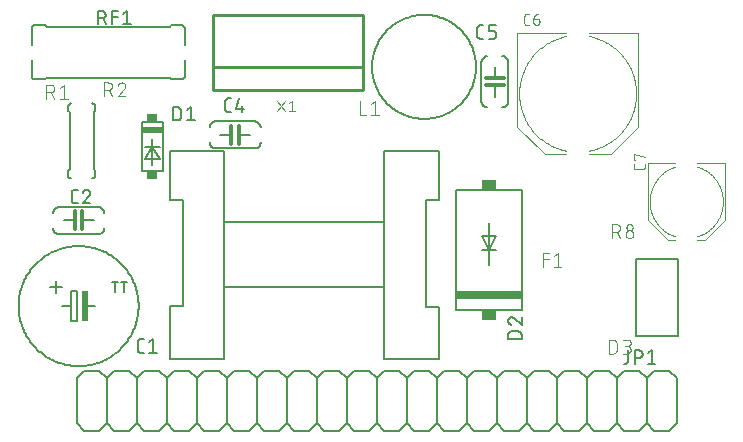
<source format=gbr>
G04 EAGLE Gerber RS-274X export*
G75*
%MOMM*%
%FSLAX34Y34*%
%LPD*%
%INSilkscreen Top*%
%IPPOS*%
%AMOC8*
5,1,8,0,0,1.08239X$1,22.5*%
G01*
%ADD10C,0.152400*%
%ADD11C,0.127000*%
%ADD12R,0.508000X2.540000*%
%ADD13R,1.870000X0.508000*%
%ADD14R,0.850000X0.635000*%
%ADD15C,0.101600*%
%ADD16C,0.304800*%
%ADD17C,0.254000*%
%ADD18R,5.588000X0.762000*%
%ADD19R,1.270000X0.889000*%
%ADD20C,0.076200*%
%ADD21C,0.203200*%


D10*
X58530Y115000D02*
X66150Y115000D01*
X66150Y102300D01*
X71230Y102300D01*
X71230Y127700D01*
X66150Y127700D01*
X66150Y115000D01*
X78850Y115000D02*
X86470Y115000D01*
X58530Y131510D02*
X48370Y131510D01*
X53450Y126430D02*
X53450Y136590D01*
X21700Y115000D02*
X21715Y116247D01*
X21761Y117493D01*
X21838Y118737D01*
X21945Y119979D01*
X22082Y121218D01*
X22250Y122454D01*
X22448Y123685D01*
X22676Y124911D01*
X22934Y126130D01*
X23222Y127343D01*
X23540Y128549D01*
X23887Y129746D01*
X24264Y130935D01*
X24670Y132114D01*
X25104Y133283D01*
X25567Y134440D01*
X26058Y135586D01*
X26577Y136720D01*
X27124Y137840D01*
X27698Y138947D01*
X28300Y140039D01*
X28927Y141116D01*
X29581Y142178D01*
X30261Y143223D01*
X30967Y144251D01*
X31697Y145262D01*
X32452Y146254D01*
X33231Y147227D01*
X34034Y148181D01*
X34860Y149115D01*
X35708Y150029D01*
X36579Y150921D01*
X37471Y151792D01*
X38385Y152640D01*
X39319Y153466D01*
X40273Y154269D01*
X41246Y155048D01*
X42238Y155803D01*
X43249Y156533D01*
X44277Y157239D01*
X45322Y157919D01*
X46384Y158573D01*
X47461Y159200D01*
X48553Y159802D01*
X49660Y160376D01*
X50780Y160923D01*
X51914Y161442D01*
X53060Y161933D01*
X54217Y162396D01*
X55386Y162830D01*
X56565Y163236D01*
X57754Y163613D01*
X58951Y163960D01*
X60157Y164278D01*
X61370Y164566D01*
X62589Y164824D01*
X63815Y165052D01*
X65046Y165250D01*
X66282Y165418D01*
X67521Y165555D01*
X68763Y165662D01*
X70007Y165739D01*
X71253Y165785D01*
X72500Y165800D01*
X73747Y165785D01*
X74993Y165739D01*
X76237Y165662D01*
X77479Y165555D01*
X78718Y165418D01*
X79954Y165250D01*
X81185Y165052D01*
X82411Y164824D01*
X83630Y164566D01*
X84843Y164278D01*
X86049Y163960D01*
X87246Y163613D01*
X88435Y163236D01*
X89614Y162830D01*
X90783Y162396D01*
X91940Y161933D01*
X93086Y161442D01*
X94220Y160923D01*
X95340Y160376D01*
X96447Y159802D01*
X97539Y159200D01*
X98616Y158573D01*
X99678Y157919D01*
X100723Y157239D01*
X101751Y156533D01*
X102762Y155803D01*
X103754Y155048D01*
X104727Y154269D01*
X105681Y153466D01*
X106615Y152640D01*
X107529Y151792D01*
X108421Y150921D01*
X109292Y150029D01*
X110140Y149115D01*
X110966Y148181D01*
X111769Y147227D01*
X112548Y146254D01*
X113303Y145262D01*
X114033Y144251D01*
X114739Y143223D01*
X115419Y142178D01*
X116073Y141116D01*
X116700Y140039D01*
X117302Y138947D01*
X117876Y137840D01*
X118423Y136720D01*
X118942Y135586D01*
X119433Y134440D01*
X119896Y133283D01*
X120330Y132114D01*
X120736Y130935D01*
X121113Y129746D01*
X121460Y128549D01*
X121778Y127343D01*
X122066Y126130D01*
X122324Y124911D01*
X122552Y123685D01*
X122750Y122454D01*
X122918Y121218D01*
X123055Y119979D01*
X123162Y118737D01*
X123239Y117493D01*
X123285Y116247D01*
X123300Y115000D01*
X123285Y113753D01*
X123239Y112507D01*
X123162Y111263D01*
X123055Y110021D01*
X122918Y108782D01*
X122750Y107546D01*
X122552Y106315D01*
X122324Y105089D01*
X122066Y103870D01*
X121778Y102657D01*
X121460Y101451D01*
X121113Y100254D01*
X120736Y99065D01*
X120330Y97886D01*
X119896Y96717D01*
X119433Y95560D01*
X118942Y94414D01*
X118423Y93280D01*
X117876Y92160D01*
X117302Y91053D01*
X116700Y89961D01*
X116073Y88884D01*
X115419Y87822D01*
X114739Y86777D01*
X114033Y85749D01*
X113303Y84738D01*
X112548Y83746D01*
X111769Y82773D01*
X110966Y81819D01*
X110140Y80885D01*
X109292Y79971D01*
X108421Y79079D01*
X107529Y78208D01*
X106615Y77360D01*
X105681Y76534D01*
X104727Y75731D01*
X103754Y74952D01*
X102762Y74197D01*
X101751Y73467D01*
X100723Y72761D01*
X99678Y72081D01*
X98616Y71427D01*
X97539Y70800D01*
X96447Y70198D01*
X95340Y69624D01*
X94220Y69077D01*
X93086Y68558D01*
X91940Y68067D01*
X90783Y67604D01*
X89614Y67170D01*
X88435Y66764D01*
X87246Y66387D01*
X86049Y66040D01*
X84843Y65722D01*
X83630Y65434D01*
X82411Y65176D01*
X81185Y64948D01*
X79954Y64750D01*
X78718Y64582D01*
X77479Y64445D01*
X76237Y64338D01*
X74993Y64261D01*
X73747Y64215D01*
X72500Y64200D01*
X71253Y64215D01*
X70007Y64261D01*
X68763Y64338D01*
X67521Y64445D01*
X66282Y64582D01*
X65046Y64750D01*
X63815Y64948D01*
X62589Y65176D01*
X61370Y65434D01*
X60157Y65722D01*
X58951Y66040D01*
X57754Y66387D01*
X56565Y66764D01*
X55386Y67170D01*
X54217Y67604D01*
X53060Y68067D01*
X51914Y68558D01*
X50780Y69077D01*
X49660Y69624D01*
X48553Y70198D01*
X47461Y70800D01*
X46384Y71427D01*
X45322Y72081D01*
X44277Y72761D01*
X43249Y73467D01*
X42238Y74197D01*
X41246Y74952D01*
X40273Y75731D01*
X39319Y76534D01*
X38385Y77360D01*
X37471Y78208D01*
X36579Y79079D01*
X35708Y79971D01*
X34860Y80885D01*
X34034Y81819D01*
X33231Y82773D01*
X32452Y83746D01*
X31697Y84738D01*
X30967Y85749D01*
X30261Y86777D01*
X29581Y87822D01*
X28927Y88884D01*
X28300Y89961D01*
X27698Y91053D01*
X27124Y92160D01*
X26577Y93280D01*
X26058Y94414D01*
X25567Y95560D01*
X25104Y96717D01*
X24670Y97886D01*
X24264Y99065D01*
X23887Y100254D01*
X23540Y101451D01*
X23222Y102657D01*
X22934Y103870D01*
X22676Y105089D01*
X22448Y106315D01*
X22250Y107546D01*
X22082Y108782D01*
X21945Y110021D01*
X21838Y111263D01*
X21761Y112507D01*
X21715Y113753D01*
X21700Y115000D01*
D11*
X103474Y127065D02*
X103474Y135701D01*
X101075Y135701D02*
X105873Y135701D01*
X111201Y135701D02*
X111201Y127065D01*
X113599Y135701D02*
X108802Y135701D01*
D12*
X77580Y115000D03*
D11*
X125165Y75567D02*
X127705Y75567D01*
X125165Y75567D02*
X125065Y75569D01*
X124966Y75575D01*
X124866Y75585D01*
X124768Y75598D01*
X124669Y75616D01*
X124572Y75637D01*
X124476Y75662D01*
X124380Y75691D01*
X124286Y75724D01*
X124193Y75760D01*
X124102Y75800D01*
X124012Y75844D01*
X123924Y75891D01*
X123838Y75941D01*
X123754Y75995D01*
X123672Y76052D01*
X123593Y76112D01*
X123515Y76176D01*
X123441Y76242D01*
X123369Y76311D01*
X123300Y76383D01*
X123234Y76457D01*
X123170Y76535D01*
X123110Y76614D01*
X123053Y76696D01*
X122999Y76780D01*
X122949Y76866D01*
X122902Y76954D01*
X122858Y77044D01*
X122818Y77135D01*
X122782Y77228D01*
X122749Y77322D01*
X122720Y77418D01*
X122695Y77514D01*
X122674Y77611D01*
X122656Y77710D01*
X122643Y77808D01*
X122633Y77908D01*
X122627Y78007D01*
X122625Y78107D01*
X122625Y84457D01*
X122627Y84557D01*
X122633Y84656D01*
X122643Y84756D01*
X122656Y84854D01*
X122674Y84953D01*
X122695Y85050D01*
X122720Y85146D01*
X122749Y85242D01*
X122782Y85336D01*
X122818Y85429D01*
X122858Y85520D01*
X122902Y85610D01*
X122949Y85698D01*
X122999Y85784D01*
X123053Y85868D01*
X123110Y85950D01*
X123170Y86029D01*
X123234Y86107D01*
X123300Y86181D01*
X123369Y86253D01*
X123441Y86322D01*
X123515Y86388D01*
X123593Y86452D01*
X123672Y86512D01*
X123754Y86569D01*
X123838Y86623D01*
X123924Y86673D01*
X124012Y86720D01*
X124102Y86764D01*
X124193Y86804D01*
X124286Y86840D01*
X124380Y86873D01*
X124476Y86902D01*
X124572Y86927D01*
X124669Y86948D01*
X124768Y86966D01*
X124866Y86979D01*
X124966Y86989D01*
X125065Y86995D01*
X125165Y86997D01*
X127705Y86997D01*
X132187Y84457D02*
X135362Y86997D01*
X135362Y75567D01*
X132187Y75567D02*
X138537Y75567D01*
D10*
X125800Y229180D02*
X125800Y270820D01*
X125800Y229180D02*
X144200Y229180D01*
X144200Y270820D01*
X125800Y270820D01*
X135000Y256350D02*
X135000Y250000D01*
X141350Y239840D02*
X128650Y239840D01*
X135000Y250000D01*
X135000Y234760D01*
X141350Y239840D02*
X135000Y250000D01*
X141350Y250000D01*
X135000Y250000D02*
X128650Y250000D01*
D13*
X134850Y263970D03*
D14*
X135000Y226005D03*
X135000Y273995D03*
D11*
X152815Y272145D02*
X152815Y283575D01*
X155990Y283575D01*
X156101Y283573D01*
X156211Y283567D01*
X156322Y283558D01*
X156432Y283544D01*
X156541Y283527D01*
X156650Y283506D01*
X156758Y283481D01*
X156865Y283452D01*
X156971Y283420D01*
X157076Y283384D01*
X157179Y283344D01*
X157281Y283301D01*
X157382Y283254D01*
X157481Y283203D01*
X157578Y283150D01*
X157672Y283093D01*
X157765Y283032D01*
X157856Y282969D01*
X157945Y282902D01*
X158031Y282832D01*
X158114Y282759D01*
X158196Y282684D01*
X158274Y282606D01*
X158349Y282524D01*
X158422Y282441D01*
X158492Y282355D01*
X158559Y282266D01*
X158622Y282175D01*
X158683Y282082D01*
X158740Y281988D01*
X158793Y281891D01*
X158844Y281792D01*
X158891Y281691D01*
X158934Y281589D01*
X158974Y281486D01*
X159010Y281381D01*
X159042Y281275D01*
X159071Y281168D01*
X159096Y281060D01*
X159117Y280951D01*
X159134Y280842D01*
X159148Y280732D01*
X159157Y280621D01*
X159163Y280511D01*
X159165Y280400D01*
X159165Y275320D01*
X159163Y275209D01*
X159157Y275099D01*
X159148Y274988D01*
X159134Y274878D01*
X159117Y274769D01*
X159096Y274660D01*
X159071Y274552D01*
X159042Y274445D01*
X159010Y274339D01*
X158974Y274234D01*
X158934Y274131D01*
X158891Y274029D01*
X158844Y273928D01*
X158793Y273829D01*
X158740Y273732D01*
X158683Y273638D01*
X158622Y273545D01*
X158559Y273454D01*
X158492Y273365D01*
X158422Y273279D01*
X158349Y273196D01*
X158274Y273114D01*
X158196Y273036D01*
X158114Y272961D01*
X158031Y272888D01*
X157945Y272818D01*
X157856Y272751D01*
X157765Y272688D01*
X157672Y272627D01*
X157577Y272570D01*
X157481Y272517D01*
X157382Y272466D01*
X157281Y272419D01*
X157179Y272376D01*
X157076Y272336D01*
X156971Y272300D01*
X156865Y272268D01*
X156758Y272239D01*
X156650Y272214D01*
X156541Y272193D01*
X156432Y272176D01*
X156322Y272162D01*
X156211Y272153D01*
X156101Y272147D01*
X155990Y272145D01*
X152815Y272145D01*
X164626Y281035D02*
X167801Y283575D01*
X167801Y272145D01*
X164626Y272145D02*
X170976Y272145D01*
D15*
X94345Y292608D02*
X94345Y304292D01*
X97590Y304292D01*
X97703Y304290D01*
X97816Y304284D01*
X97929Y304274D01*
X98042Y304260D01*
X98154Y304243D01*
X98265Y304221D01*
X98375Y304196D01*
X98485Y304166D01*
X98593Y304133D01*
X98700Y304096D01*
X98806Y304056D01*
X98910Y304011D01*
X99013Y303963D01*
X99114Y303912D01*
X99213Y303857D01*
X99310Y303799D01*
X99405Y303737D01*
X99498Y303672D01*
X99588Y303604D01*
X99676Y303533D01*
X99762Y303458D01*
X99845Y303381D01*
X99925Y303301D01*
X100002Y303218D01*
X100077Y303132D01*
X100148Y303044D01*
X100216Y302954D01*
X100281Y302861D01*
X100343Y302766D01*
X100401Y302669D01*
X100456Y302570D01*
X100507Y302469D01*
X100555Y302366D01*
X100600Y302262D01*
X100640Y302156D01*
X100677Y302049D01*
X100710Y301941D01*
X100740Y301831D01*
X100765Y301721D01*
X100787Y301610D01*
X100804Y301498D01*
X100818Y301385D01*
X100828Y301272D01*
X100834Y301159D01*
X100836Y301046D01*
X100834Y300933D01*
X100828Y300820D01*
X100818Y300707D01*
X100804Y300594D01*
X100787Y300482D01*
X100765Y300371D01*
X100740Y300261D01*
X100710Y300151D01*
X100677Y300043D01*
X100640Y299936D01*
X100600Y299830D01*
X100555Y299726D01*
X100507Y299623D01*
X100456Y299522D01*
X100401Y299423D01*
X100343Y299326D01*
X100281Y299231D01*
X100216Y299138D01*
X100148Y299048D01*
X100077Y298960D01*
X100002Y298874D01*
X99925Y298791D01*
X99845Y298711D01*
X99762Y298634D01*
X99676Y298559D01*
X99588Y298488D01*
X99498Y298420D01*
X99405Y298355D01*
X99310Y298293D01*
X99213Y298235D01*
X99114Y298180D01*
X99013Y298129D01*
X98910Y298081D01*
X98806Y298036D01*
X98700Y297996D01*
X98593Y297959D01*
X98485Y297926D01*
X98375Y297896D01*
X98265Y297871D01*
X98154Y297849D01*
X98042Y297832D01*
X97929Y297818D01*
X97816Y297808D01*
X97703Y297802D01*
X97590Y297800D01*
X97590Y297801D02*
X94345Y297801D01*
X98239Y297801D02*
X100836Y292608D01*
X112192Y301371D02*
X112190Y301478D01*
X112184Y301584D01*
X112174Y301690D01*
X112161Y301796D01*
X112143Y301902D01*
X112122Y302006D01*
X112097Y302110D01*
X112068Y302213D01*
X112036Y302314D01*
X111999Y302414D01*
X111959Y302513D01*
X111916Y302611D01*
X111869Y302707D01*
X111818Y302801D01*
X111764Y302893D01*
X111707Y302983D01*
X111647Y303071D01*
X111583Y303156D01*
X111516Y303239D01*
X111446Y303320D01*
X111374Y303398D01*
X111298Y303474D01*
X111220Y303546D01*
X111139Y303616D01*
X111056Y303683D01*
X110971Y303747D01*
X110883Y303807D01*
X110793Y303864D01*
X110701Y303918D01*
X110607Y303969D01*
X110511Y304016D01*
X110413Y304059D01*
X110314Y304099D01*
X110214Y304136D01*
X110113Y304168D01*
X110010Y304197D01*
X109906Y304222D01*
X109802Y304243D01*
X109696Y304261D01*
X109590Y304274D01*
X109484Y304284D01*
X109378Y304290D01*
X109271Y304292D01*
X109150Y304290D01*
X109029Y304284D01*
X108909Y304274D01*
X108788Y304261D01*
X108669Y304243D01*
X108549Y304222D01*
X108431Y304197D01*
X108314Y304168D01*
X108197Y304135D01*
X108082Y304099D01*
X107968Y304058D01*
X107855Y304015D01*
X107743Y303967D01*
X107634Y303916D01*
X107526Y303861D01*
X107419Y303803D01*
X107315Y303742D01*
X107213Y303677D01*
X107113Y303609D01*
X107015Y303538D01*
X106919Y303464D01*
X106826Y303387D01*
X106736Y303306D01*
X106648Y303223D01*
X106563Y303137D01*
X106480Y303048D01*
X106401Y302957D01*
X106324Y302863D01*
X106251Y302767D01*
X106181Y302669D01*
X106114Y302568D01*
X106050Y302465D01*
X105990Y302360D01*
X105933Y302253D01*
X105879Y302145D01*
X105829Y302035D01*
X105783Y301923D01*
X105740Y301810D01*
X105701Y301695D01*
X111219Y299099D02*
X111298Y299176D01*
X111374Y299257D01*
X111447Y299340D01*
X111517Y299425D01*
X111584Y299513D01*
X111648Y299603D01*
X111708Y299695D01*
X111765Y299790D01*
X111819Y299886D01*
X111870Y299984D01*
X111917Y300084D01*
X111961Y300186D01*
X112001Y300289D01*
X112037Y300393D01*
X112069Y300499D01*
X112098Y300605D01*
X112123Y300713D01*
X112145Y300821D01*
X112162Y300931D01*
X112176Y301040D01*
X112185Y301150D01*
X112191Y301261D01*
X112193Y301371D01*
X111218Y299099D02*
X105701Y292608D01*
X112192Y292608D01*
D10*
X86430Y284210D02*
X86428Y284310D01*
X86422Y284409D01*
X86412Y284509D01*
X86399Y284607D01*
X86381Y284706D01*
X86360Y284803D01*
X86335Y284899D01*
X86306Y284995D01*
X86273Y285089D01*
X86237Y285182D01*
X86197Y285273D01*
X86153Y285363D01*
X86106Y285451D01*
X86056Y285537D01*
X86002Y285621D01*
X85945Y285703D01*
X85885Y285782D01*
X85821Y285860D01*
X85755Y285934D01*
X85686Y286006D01*
X85614Y286075D01*
X85540Y286141D01*
X85462Y286205D01*
X85383Y286265D01*
X85301Y286322D01*
X85217Y286376D01*
X85131Y286426D01*
X85043Y286473D01*
X84953Y286517D01*
X84862Y286557D01*
X84769Y286593D01*
X84675Y286626D01*
X84579Y286655D01*
X84483Y286680D01*
X84386Y286701D01*
X84287Y286719D01*
X84189Y286732D01*
X84089Y286742D01*
X83990Y286748D01*
X83890Y286750D01*
X66110Y286750D02*
X66010Y286748D01*
X65911Y286742D01*
X65811Y286732D01*
X65713Y286719D01*
X65614Y286701D01*
X65517Y286680D01*
X65421Y286655D01*
X65325Y286626D01*
X65231Y286593D01*
X65138Y286557D01*
X65047Y286517D01*
X64957Y286473D01*
X64869Y286426D01*
X64783Y286376D01*
X64699Y286322D01*
X64617Y286265D01*
X64538Y286205D01*
X64460Y286141D01*
X64386Y286075D01*
X64314Y286006D01*
X64245Y285934D01*
X64179Y285860D01*
X64115Y285782D01*
X64055Y285703D01*
X63998Y285621D01*
X63944Y285537D01*
X63894Y285451D01*
X63847Y285363D01*
X63803Y285273D01*
X63763Y285182D01*
X63727Y285089D01*
X63694Y284995D01*
X63665Y284899D01*
X63640Y284803D01*
X63619Y284706D01*
X63601Y284607D01*
X63588Y284509D01*
X63578Y284409D01*
X63572Y284310D01*
X63570Y284210D01*
X63570Y225790D02*
X63572Y225690D01*
X63578Y225591D01*
X63588Y225491D01*
X63601Y225393D01*
X63619Y225294D01*
X63640Y225197D01*
X63665Y225101D01*
X63694Y225005D01*
X63727Y224911D01*
X63763Y224818D01*
X63803Y224727D01*
X63847Y224637D01*
X63894Y224549D01*
X63944Y224463D01*
X63998Y224379D01*
X64055Y224297D01*
X64115Y224218D01*
X64179Y224140D01*
X64245Y224066D01*
X64314Y223994D01*
X64386Y223925D01*
X64460Y223859D01*
X64538Y223795D01*
X64617Y223735D01*
X64699Y223678D01*
X64783Y223624D01*
X64869Y223574D01*
X64957Y223527D01*
X65047Y223483D01*
X65138Y223443D01*
X65231Y223407D01*
X65325Y223374D01*
X65421Y223345D01*
X65517Y223320D01*
X65614Y223299D01*
X65713Y223281D01*
X65811Y223268D01*
X65911Y223258D01*
X66010Y223252D01*
X66110Y223250D01*
X83890Y223250D02*
X83990Y223252D01*
X84089Y223258D01*
X84189Y223268D01*
X84287Y223281D01*
X84386Y223299D01*
X84483Y223320D01*
X84579Y223345D01*
X84675Y223374D01*
X84769Y223407D01*
X84862Y223443D01*
X84953Y223483D01*
X85043Y223527D01*
X85131Y223574D01*
X85217Y223624D01*
X85301Y223678D01*
X85383Y223735D01*
X85462Y223795D01*
X85540Y223859D01*
X85614Y223925D01*
X85686Y223994D01*
X85755Y224066D01*
X85821Y224140D01*
X85885Y224218D01*
X85945Y224297D01*
X86002Y224379D01*
X86056Y224463D01*
X86106Y224549D01*
X86153Y224637D01*
X86197Y224727D01*
X86237Y224818D01*
X86273Y224911D01*
X86306Y225005D01*
X86335Y225101D01*
X86360Y225197D01*
X86381Y225294D01*
X86399Y225393D01*
X86412Y225491D01*
X86422Y225591D01*
X86428Y225690D01*
X86430Y225790D01*
X86430Y280400D02*
X86430Y284210D01*
X86430Y280400D02*
X85160Y279130D01*
X63570Y280400D02*
X63570Y284210D01*
X63570Y280400D02*
X64840Y279130D01*
X85160Y230870D02*
X86430Y229600D01*
X85160Y230870D02*
X85160Y279130D01*
X64840Y230870D02*
X63570Y229600D01*
X64840Y230870D02*
X64840Y279130D01*
X86430Y229600D02*
X86430Y225790D01*
X63570Y225790D02*
X63570Y229600D01*
D15*
X45308Y290708D02*
X45308Y302392D01*
X48554Y302392D01*
X48667Y302390D01*
X48780Y302384D01*
X48893Y302374D01*
X49006Y302360D01*
X49118Y302343D01*
X49229Y302321D01*
X49339Y302296D01*
X49449Y302266D01*
X49557Y302233D01*
X49664Y302196D01*
X49770Y302156D01*
X49874Y302111D01*
X49977Y302063D01*
X50078Y302012D01*
X50177Y301957D01*
X50274Y301899D01*
X50369Y301837D01*
X50462Y301772D01*
X50552Y301704D01*
X50640Y301633D01*
X50726Y301558D01*
X50809Y301481D01*
X50889Y301401D01*
X50966Y301318D01*
X51041Y301232D01*
X51112Y301144D01*
X51180Y301054D01*
X51245Y300961D01*
X51307Y300866D01*
X51365Y300769D01*
X51420Y300670D01*
X51471Y300569D01*
X51519Y300466D01*
X51564Y300362D01*
X51604Y300256D01*
X51641Y300149D01*
X51674Y300041D01*
X51704Y299931D01*
X51729Y299821D01*
X51751Y299710D01*
X51768Y299598D01*
X51782Y299485D01*
X51792Y299372D01*
X51798Y299259D01*
X51800Y299146D01*
X51798Y299033D01*
X51792Y298920D01*
X51782Y298807D01*
X51768Y298694D01*
X51751Y298582D01*
X51729Y298471D01*
X51704Y298361D01*
X51674Y298251D01*
X51641Y298143D01*
X51604Y298036D01*
X51564Y297930D01*
X51519Y297826D01*
X51471Y297723D01*
X51420Y297622D01*
X51365Y297523D01*
X51307Y297426D01*
X51245Y297331D01*
X51180Y297238D01*
X51112Y297148D01*
X51041Y297060D01*
X50966Y296974D01*
X50889Y296891D01*
X50809Y296811D01*
X50726Y296734D01*
X50640Y296659D01*
X50552Y296588D01*
X50462Y296520D01*
X50369Y296455D01*
X50274Y296393D01*
X50177Y296335D01*
X50078Y296280D01*
X49977Y296229D01*
X49874Y296181D01*
X49770Y296136D01*
X49664Y296096D01*
X49557Y296059D01*
X49449Y296026D01*
X49339Y295996D01*
X49229Y295971D01*
X49118Y295949D01*
X49006Y295932D01*
X48893Y295918D01*
X48780Y295908D01*
X48667Y295902D01*
X48554Y295900D01*
X48554Y295901D02*
X45308Y295901D01*
X49203Y295901D02*
X51799Y290708D01*
X56664Y299796D02*
X59910Y302392D01*
X59910Y290708D01*
X63155Y290708D02*
X56664Y290708D01*
D10*
X55990Y198930D02*
X55850Y198928D01*
X55710Y198922D01*
X55570Y198913D01*
X55431Y198899D01*
X55292Y198882D01*
X55154Y198861D01*
X55016Y198836D01*
X54879Y198807D01*
X54743Y198775D01*
X54608Y198738D01*
X54474Y198698D01*
X54341Y198655D01*
X54209Y198607D01*
X54078Y198557D01*
X53949Y198502D01*
X53822Y198444D01*
X53696Y198383D01*
X53572Y198318D01*
X53450Y198249D01*
X53330Y198178D01*
X53212Y198103D01*
X53095Y198025D01*
X52981Y197943D01*
X52870Y197859D01*
X52761Y197771D01*
X52654Y197681D01*
X52549Y197587D01*
X52448Y197491D01*
X52349Y197392D01*
X52253Y197291D01*
X52159Y197186D01*
X52069Y197079D01*
X51981Y196970D01*
X51897Y196859D01*
X51815Y196745D01*
X51737Y196628D01*
X51662Y196510D01*
X51591Y196390D01*
X51522Y196268D01*
X51457Y196144D01*
X51396Y196018D01*
X51338Y195891D01*
X51283Y195762D01*
X51233Y195631D01*
X51185Y195499D01*
X51142Y195366D01*
X51102Y195232D01*
X51065Y195097D01*
X51033Y194961D01*
X51004Y194824D01*
X50979Y194686D01*
X50958Y194548D01*
X50941Y194409D01*
X50927Y194270D01*
X50918Y194130D01*
X50912Y193990D01*
X50910Y193850D01*
X50910Y181150D02*
X50912Y181010D01*
X50918Y180870D01*
X50927Y180730D01*
X50941Y180591D01*
X50958Y180452D01*
X50979Y180314D01*
X51004Y180176D01*
X51033Y180039D01*
X51065Y179903D01*
X51102Y179768D01*
X51142Y179634D01*
X51185Y179501D01*
X51233Y179369D01*
X51283Y179238D01*
X51338Y179109D01*
X51396Y178982D01*
X51457Y178856D01*
X51522Y178732D01*
X51591Y178610D01*
X51662Y178490D01*
X51737Y178372D01*
X51815Y178255D01*
X51897Y178141D01*
X51981Y178030D01*
X52069Y177921D01*
X52159Y177814D01*
X52253Y177709D01*
X52349Y177608D01*
X52448Y177509D01*
X52549Y177413D01*
X52654Y177319D01*
X52761Y177229D01*
X52870Y177141D01*
X52981Y177057D01*
X53095Y176975D01*
X53212Y176897D01*
X53330Y176822D01*
X53450Y176751D01*
X53572Y176682D01*
X53696Y176617D01*
X53822Y176556D01*
X53949Y176498D01*
X54078Y176443D01*
X54209Y176393D01*
X54341Y176345D01*
X54474Y176302D01*
X54608Y176262D01*
X54743Y176225D01*
X54879Y176193D01*
X55016Y176164D01*
X55154Y176139D01*
X55292Y176118D01*
X55431Y176101D01*
X55570Y176087D01*
X55710Y176078D01*
X55850Y176072D01*
X55990Y176070D01*
X55990Y198930D02*
X89010Y198930D01*
X89010Y176070D02*
X55990Y176070D01*
X89010Y198930D02*
X89150Y198928D01*
X89290Y198922D01*
X89430Y198913D01*
X89569Y198899D01*
X89708Y198882D01*
X89846Y198861D01*
X89984Y198836D01*
X90121Y198807D01*
X90257Y198775D01*
X90392Y198738D01*
X90526Y198698D01*
X90659Y198655D01*
X90791Y198607D01*
X90922Y198557D01*
X91051Y198502D01*
X91178Y198444D01*
X91304Y198383D01*
X91428Y198318D01*
X91550Y198249D01*
X91670Y198178D01*
X91788Y198103D01*
X91905Y198025D01*
X92019Y197943D01*
X92130Y197859D01*
X92239Y197771D01*
X92346Y197681D01*
X92451Y197587D01*
X92552Y197491D01*
X92651Y197392D01*
X92747Y197291D01*
X92841Y197186D01*
X92931Y197079D01*
X93019Y196970D01*
X93103Y196859D01*
X93185Y196745D01*
X93263Y196628D01*
X93338Y196510D01*
X93409Y196390D01*
X93478Y196268D01*
X93543Y196144D01*
X93604Y196018D01*
X93662Y195891D01*
X93717Y195762D01*
X93767Y195631D01*
X93815Y195499D01*
X93858Y195366D01*
X93898Y195232D01*
X93935Y195097D01*
X93967Y194961D01*
X93996Y194824D01*
X94021Y194686D01*
X94042Y194548D01*
X94059Y194409D01*
X94073Y194270D01*
X94082Y194130D01*
X94088Y193990D01*
X94090Y193850D01*
X94090Y181150D02*
X94088Y181010D01*
X94082Y180870D01*
X94073Y180730D01*
X94059Y180591D01*
X94042Y180452D01*
X94021Y180314D01*
X93996Y180176D01*
X93967Y180039D01*
X93935Y179903D01*
X93898Y179768D01*
X93858Y179634D01*
X93815Y179501D01*
X93767Y179369D01*
X93717Y179238D01*
X93662Y179109D01*
X93604Y178982D01*
X93543Y178856D01*
X93478Y178732D01*
X93409Y178610D01*
X93338Y178490D01*
X93263Y178372D01*
X93185Y178255D01*
X93103Y178141D01*
X93019Y178030D01*
X92931Y177921D01*
X92841Y177814D01*
X92747Y177709D01*
X92651Y177608D01*
X92552Y177509D01*
X92451Y177413D01*
X92346Y177319D01*
X92239Y177229D01*
X92130Y177141D01*
X92019Y177057D01*
X91905Y176975D01*
X91788Y176897D01*
X91670Y176822D01*
X91550Y176751D01*
X91428Y176682D01*
X91304Y176617D01*
X91178Y176556D01*
X91051Y176498D01*
X90922Y176443D01*
X90791Y176393D01*
X90659Y176345D01*
X90526Y176302D01*
X90392Y176262D01*
X90257Y176225D01*
X90121Y176193D01*
X89984Y176164D01*
X89846Y176139D01*
X89708Y176118D01*
X89569Y176101D01*
X89430Y176087D01*
X89290Y176078D01*
X89150Y176072D01*
X89010Y176070D01*
D16*
X69452Y187500D02*
X69452Y195120D01*
X69452Y187500D02*
X69452Y179880D01*
X75802Y187500D02*
X75802Y195120D01*
X75802Y187500D02*
X75802Y179880D01*
D10*
X75802Y187500D02*
X85200Y187500D01*
X69452Y187500D02*
X59800Y187500D01*
D11*
X69085Y202105D02*
X71625Y202105D01*
X69085Y202105D02*
X68985Y202107D01*
X68886Y202113D01*
X68786Y202123D01*
X68688Y202136D01*
X68589Y202154D01*
X68492Y202175D01*
X68396Y202200D01*
X68300Y202229D01*
X68206Y202262D01*
X68113Y202298D01*
X68022Y202338D01*
X67932Y202382D01*
X67844Y202429D01*
X67758Y202479D01*
X67674Y202533D01*
X67592Y202590D01*
X67513Y202650D01*
X67435Y202714D01*
X67361Y202780D01*
X67289Y202849D01*
X67220Y202921D01*
X67154Y202995D01*
X67090Y203073D01*
X67030Y203152D01*
X66973Y203234D01*
X66919Y203318D01*
X66869Y203404D01*
X66822Y203492D01*
X66778Y203582D01*
X66738Y203673D01*
X66702Y203766D01*
X66669Y203860D01*
X66640Y203956D01*
X66615Y204052D01*
X66594Y204149D01*
X66576Y204248D01*
X66563Y204346D01*
X66553Y204446D01*
X66547Y204545D01*
X66545Y204645D01*
X66545Y210995D01*
X66547Y211095D01*
X66553Y211194D01*
X66563Y211294D01*
X66576Y211392D01*
X66594Y211491D01*
X66615Y211588D01*
X66640Y211684D01*
X66669Y211780D01*
X66702Y211874D01*
X66738Y211967D01*
X66778Y212058D01*
X66822Y212148D01*
X66869Y212236D01*
X66919Y212322D01*
X66973Y212406D01*
X67030Y212488D01*
X67090Y212567D01*
X67154Y212645D01*
X67220Y212719D01*
X67289Y212791D01*
X67361Y212860D01*
X67435Y212926D01*
X67513Y212990D01*
X67592Y213050D01*
X67674Y213107D01*
X67758Y213161D01*
X67844Y213211D01*
X67932Y213258D01*
X68022Y213302D01*
X68113Y213342D01*
X68206Y213378D01*
X68300Y213411D01*
X68396Y213440D01*
X68492Y213465D01*
X68589Y213486D01*
X68688Y213504D01*
X68786Y213517D01*
X68886Y213527D01*
X68985Y213533D01*
X69085Y213535D01*
X71625Y213535D01*
X79600Y213536D02*
X79704Y213534D01*
X79809Y213528D01*
X79913Y213519D01*
X80016Y213506D01*
X80119Y213488D01*
X80221Y213468D01*
X80323Y213443D01*
X80423Y213415D01*
X80523Y213383D01*
X80621Y213347D01*
X80718Y213308D01*
X80813Y213266D01*
X80907Y213220D01*
X80999Y213170D01*
X81089Y213118D01*
X81177Y213062D01*
X81263Y213002D01*
X81347Y212940D01*
X81428Y212875D01*
X81507Y212807D01*
X81584Y212735D01*
X81657Y212662D01*
X81729Y212585D01*
X81797Y212506D01*
X81862Y212425D01*
X81924Y212341D01*
X81984Y212255D01*
X82040Y212167D01*
X82092Y212077D01*
X82142Y211985D01*
X82188Y211891D01*
X82230Y211796D01*
X82269Y211699D01*
X82305Y211601D01*
X82337Y211501D01*
X82365Y211401D01*
X82390Y211299D01*
X82410Y211197D01*
X82428Y211094D01*
X82441Y210991D01*
X82450Y210887D01*
X82456Y210782D01*
X82458Y210678D01*
X79600Y213535D02*
X79482Y213533D01*
X79363Y213527D01*
X79245Y213518D01*
X79128Y213505D01*
X79011Y213487D01*
X78894Y213467D01*
X78778Y213442D01*
X78663Y213414D01*
X78550Y213381D01*
X78437Y213346D01*
X78325Y213306D01*
X78215Y213264D01*
X78106Y213217D01*
X77998Y213167D01*
X77893Y213114D01*
X77789Y213057D01*
X77687Y212997D01*
X77587Y212934D01*
X77489Y212867D01*
X77393Y212798D01*
X77300Y212725D01*
X77209Y212649D01*
X77120Y212571D01*
X77034Y212489D01*
X76951Y212405D01*
X76870Y212319D01*
X76793Y212229D01*
X76718Y212138D01*
X76646Y212044D01*
X76577Y211947D01*
X76512Y211849D01*
X76449Y211748D01*
X76390Y211645D01*
X76334Y211541D01*
X76282Y211435D01*
X76233Y211327D01*
X76188Y211218D01*
X76146Y211107D01*
X76108Y210995D01*
X81505Y208456D02*
X81581Y208531D01*
X81656Y208610D01*
X81727Y208691D01*
X81796Y208775D01*
X81861Y208861D01*
X81923Y208949D01*
X81983Y209039D01*
X82039Y209131D01*
X82092Y209226D01*
X82141Y209322D01*
X82187Y209420D01*
X82230Y209519D01*
X82269Y209620D01*
X82304Y209722D01*
X82336Y209825D01*
X82364Y209929D01*
X82389Y210034D01*
X82410Y210141D01*
X82427Y210247D01*
X82440Y210354D01*
X82449Y210462D01*
X82455Y210570D01*
X82457Y210678D01*
X81505Y208455D02*
X76107Y202105D01*
X82457Y202105D01*
D17*
X186500Y298250D02*
X313500Y298250D01*
X186500Y298250D02*
X186500Y317300D01*
X186500Y361750D01*
X313500Y361750D01*
X313500Y317300D01*
X313500Y298250D01*
X313500Y317300D02*
X186500Y317300D01*
D15*
X240760Y279748D02*
X246856Y288892D01*
X240760Y288892D02*
X246856Y279748D01*
X250412Y286860D02*
X252952Y288892D01*
X252952Y279748D01*
X250412Y279748D02*
X255492Y279748D01*
D10*
X162270Y309680D02*
X162268Y309580D01*
X162262Y309481D01*
X162252Y309381D01*
X162239Y309283D01*
X162221Y309184D01*
X162200Y309087D01*
X162175Y308991D01*
X162146Y308895D01*
X162113Y308801D01*
X162077Y308708D01*
X162037Y308617D01*
X161993Y308527D01*
X161946Y308439D01*
X161896Y308353D01*
X161842Y308269D01*
X161785Y308187D01*
X161725Y308108D01*
X161661Y308030D01*
X161595Y307956D01*
X161526Y307884D01*
X161454Y307815D01*
X161380Y307749D01*
X161302Y307685D01*
X161223Y307625D01*
X161141Y307568D01*
X161057Y307514D01*
X160971Y307464D01*
X160883Y307417D01*
X160793Y307373D01*
X160702Y307333D01*
X160609Y307297D01*
X160515Y307264D01*
X160419Y307235D01*
X160323Y307210D01*
X160226Y307189D01*
X160127Y307171D01*
X160029Y307158D01*
X159929Y307148D01*
X159830Y307142D01*
X159730Y307140D01*
X162270Y350320D02*
X162268Y350420D01*
X162262Y350519D01*
X162252Y350619D01*
X162239Y350717D01*
X162221Y350816D01*
X162200Y350913D01*
X162175Y351009D01*
X162146Y351105D01*
X162113Y351199D01*
X162077Y351292D01*
X162037Y351383D01*
X161993Y351473D01*
X161946Y351561D01*
X161896Y351647D01*
X161842Y351731D01*
X161785Y351813D01*
X161725Y351892D01*
X161661Y351970D01*
X161595Y352044D01*
X161526Y352116D01*
X161454Y352185D01*
X161380Y352251D01*
X161302Y352315D01*
X161223Y352375D01*
X161141Y352432D01*
X161057Y352486D01*
X160971Y352536D01*
X160883Y352583D01*
X160793Y352627D01*
X160702Y352667D01*
X160609Y352703D01*
X160515Y352736D01*
X160419Y352765D01*
X160323Y352790D01*
X160226Y352811D01*
X160127Y352829D01*
X160029Y352842D01*
X159929Y352852D01*
X159830Y352858D01*
X159730Y352860D01*
X35270Y352860D02*
X35170Y352858D01*
X35071Y352852D01*
X34971Y352842D01*
X34873Y352829D01*
X34774Y352811D01*
X34677Y352790D01*
X34581Y352765D01*
X34485Y352736D01*
X34391Y352703D01*
X34298Y352667D01*
X34207Y352627D01*
X34117Y352583D01*
X34029Y352536D01*
X33943Y352486D01*
X33859Y352432D01*
X33777Y352375D01*
X33698Y352315D01*
X33620Y352251D01*
X33546Y352185D01*
X33474Y352116D01*
X33405Y352044D01*
X33339Y351970D01*
X33275Y351892D01*
X33215Y351813D01*
X33158Y351731D01*
X33104Y351647D01*
X33054Y351561D01*
X33007Y351473D01*
X32963Y351383D01*
X32923Y351292D01*
X32887Y351199D01*
X32854Y351105D01*
X32825Y351009D01*
X32800Y350913D01*
X32779Y350816D01*
X32761Y350717D01*
X32748Y350619D01*
X32738Y350519D01*
X32732Y350420D01*
X32730Y350320D01*
X32730Y309680D02*
X32732Y309580D01*
X32738Y309481D01*
X32748Y309381D01*
X32761Y309283D01*
X32779Y309184D01*
X32800Y309087D01*
X32825Y308991D01*
X32854Y308895D01*
X32887Y308801D01*
X32923Y308708D01*
X32963Y308617D01*
X33007Y308527D01*
X33054Y308439D01*
X33104Y308353D01*
X33158Y308269D01*
X33215Y308187D01*
X33275Y308108D01*
X33339Y308030D01*
X33405Y307956D01*
X33474Y307884D01*
X33546Y307815D01*
X33620Y307749D01*
X33698Y307685D01*
X33777Y307625D01*
X33859Y307568D01*
X33943Y307514D01*
X34029Y307464D01*
X34117Y307417D01*
X34207Y307373D01*
X34298Y307333D01*
X34391Y307297D01*
X34485Y307264D01*
X34581Y307235D01*
X34677Y307210D01*
X34774Y307189D01*
X34873Y307171D01*
X34971Y307158D01*
X35071Y307148D01*
X35170Y307142D01*
X35270Y307140D01*
X150840Y307140D02*
X159730Y307140D01*
X150840Y307140D02*
X149570Y308410D01*
X150840Y352860D02*
X159730Y352860D01*
X150840Y352860D02*
X149570Y351590D01*
X45430Y308410D02*
X44160Y307140D01*
X45430Y308410D02*
X149570Y308410D01*
X45430Y351590D02*
X44160Y352860D01*
X45430Y351590D02*
X149570Y351590D01*
X44160Y307140D02*
X35270Y307140D01*
X35270Y352860D02*
X44160Y352860D01*
X32730Y350320D02*
X32730Y336350D01*
X32730Y323650D02*
X32730Y309680D01*
X162270Y336350D02*
X162270Y350320D01*
X162270Y323650D02*
X162270Y309680D01*
D11*
X89032Y353511D02*
X89032Y364941D01*
X92207Y364941D01*
X92318Y364939D01*
X92428Y364933D01*
X92539Y364924D01*
X92649Y364910D01*
X92758Y364893D01*
X92867Y364872D01*
X92975Y364847D01*
X93082Y364818D01*
X93188Y364786D01*
X93293Y364750D01*
X93396Y364710D01*
X93498Y364667D01*
X93599Y364620D01*
X93698Y364569D01*
X93795Y364516D01*
X93889Y364459D01*
X93982Y364398D01*
X94073Y364335D01*
X94162Y364268D01*
X94248Y364198D01*
X94331Y364125D01*
X94413Y364050D01*
X94491Y363972D01*
X94566Y363890D01*
X94639Y363807D01*
X94709Y363721D01*
X94776Y363632D01*
X94839Y363541D01*
X94900Y363448D01*
X94957Y363353D01*
X95010Y363257D01*
X95061Y363158D01*
X95108Y363057D01*
X95151Y362955D01*
X95191Y362852D01*
X95227Y362747D01*
X95259Y362641D01*
X95288Y362534D01*
X95313Y362426D01*
X95334Y362317D01*
X95351Y362208D01*
X95365Y362098D01*
X95374Y361987D01*
X95380Y361877D01*
X95382Y361766D01*
X95380Y361655D01*
X95374Y361545D01*
X95365Y361434D01*
X95351Y361324D01*
X95334Y361215D01*
X95313Y361106D01*
X95288Y360998D01*
X95259Y360891D01*
X95227Y360785D01*
X95191Y360680D01*
X95151Y360577D01*
X95108Y360475D01*
X95061Y360374D01*
X95010Y360275D01*
X94957Y360178D01*
X94900Y360084D01*
X94839Y359991D01*
X94776Y359900D01*
X94709Y359811D01*
X94639Y359725D01*
X94566Y359642D01*
X94491Y359560D01*
X94413Y359482D01*
X94331Y359407D01*
X94248Y359334D01*
X94162Y359264D01*
X94073Y359197D01*
X93982Y359134D01*
X93889Y359073D01*
X93794Y359016D01*
X93698Y358963D01*
X93599Y358912D01*
X93498Y358865D01*
X93396Y358822D01*
X93293Y358782D01*
X93188Y358746D01*
X93082Y358714D01*
X92975Y358685D01*
X92867Y358660D01*
X92758Y358639D01*
X92649Y358622D01*
X92539Y358608D01*
X92428Y358599D01*
X92318Y358593D01*
X92207Y358591D01*
X89032Y358591D01*
X92842Y358591D02*
X95382Y353511D01*
X100785Y353511D02*
X100785Y364941D01*
X105865Y364941D01*
X105865Y359861D02*
X100785Y359861D01*
X110285Y362401D02*
X113460Y364941D01*
X113460Y353511D01*
X110285Y353511D02*
X116635Y353511D01*
D10*
X188490Y271430D02*
X188350Y271428D01*
X188210Y271422D01*
X188070Y271413D01*
X187931Y271399D01*
X187792Y271382D01*
X187654Y271361D01*
X187516Y271336D01*
X187379Y271307D01*
X187243Y271275D01*
X187108Y271238D01*
X186974Y271198D01*
X186841Y271155D01*
X186709Y271107D01*
X186578Y271057D01*
X186449Y271002D01*
X186322Y270944D01*
X186196Y270883D01*
X186072Y270818D01*
X185950Y270749D01*
X185830Y270678D01*
X185712Y270603D01*
X185595Y270525D01*
X185481Y270443D01*
X185370Y270359D01*
X185261Y270271D01*
X185154Y270181D01*
X185049Y270087D01*
X184948Y269991D01*
X184849Y269892D01*
X184753Y269791D01*
X184659Y269686D01*
X184569Y269579D01*
X184481Y269470D01*
X184397Y269359D01*
X184315Y269245D01*
X184237Y269128D01*
X184162Y269010D01*
X184091Y268890D01*
X184022Y268768D01*
X183957Y268644D01*
X183896Y268518D01*
X183838Y268391D01*
X183783Y268262D01*
X183733Y268131D01*
X183685Y267999D01*
X183642Y267866D01*
X183602Y267732D01*
X183565Y267597D01*
X183533Y267461D01*
X183504Y267324D01*
X183479Y267186D01*
X183458Y267048D01*
X183441Y266909D01*
X183427Y266770D01*
X183418Y266630D01*
X183412Y266490D01*
X183410Y266350D01*
X183410Y253650D02*
X183412Y253510D01*
X183418Y253370D01*
X183427Y253230D01*
X183441Y253091D01*
X183458Y252952D01*
X183479Y252814D01*
X183504Y252676D01*
X183533Y252539D01*
X183565Y252403D01*
X183602Y252268D01*
X183642Y252134D01*
X183685Y252001D01*
X183733Y251869D01*
X183783Y251738D01*
X183838Y251609D01*
X183896Y251482D01*
X183957Y251356D01*
X184022Y251232D01*
X184091Y251110D01*
X184162Y250990D01*
X184237Y250872D01*
X184315Y250755D01*
X184397Y250641D01*
X184481Y250530D01*
X184569Y250421D01*
X184659Y250314D01*
X184753Y250209D01*
X184849Y250108D01*
X184948Y250009D01*
X185049Y249913D01*
X185154Y249819D01*
X185261Y249729D01*
X185370Y249641D01*
X185481Y249557D01*
X185595Y249475D01*
X185712Y249397D01*
X185830Y249322D01*
X185950Y249251D01*
X186072Y249182D01*
X186196Y249117D01*
X186322Y249056D01*
X186449Y248998D01*
X186578Y248943D01*
X186709Y248893D01*
X186841Y248845D01*
X186974Y248802D01*
X187108Y248762D01*
X187243Y248725D01*
X187379Y248693D01*
X187516Y248664D01*
X187654Y248639D01*
X187792Y248618D01*
X187931Y248601D01*
X188070Y248587D01*
X188210Y248578D01*
X188350Y248572D01*
X188490Y248570D01*
X188490Y271430D02*
X221510Y271430D01*
X221510Y248570D02*
X188490Y248570D01*
X221510Y271430D02*
X221650Y271428D01*
X221790Y271422D01*
X221930Y271413D01*
X222069Y271399D01*
X222208Y271382D01*
X222346Y271361D01*
X222484Y271336D01*
X222621Y271307D01*
X222757Y271275D01*
X222892Y271238D01*
X223026Y271198D01*
X223159Y271155D01*
X223291Y271107D01*
X223422Y271057D01*
X223551Y271002D01*
X223678Y270944D01*
X223804Y270883D01*
X223928Y270818D01*
X224050Y270749D01*
X224170Y270678D01*
X224288Y270603D01*
X224405Y270525D01*
X224519Y270443D01*
X224630Y270359D01*
X224739Y270271D01*
X224846Y270181D01*
X224951Y270087D01*
X225052Y269991D01*
X225151Y269892D01*
X225247Y269791D01*
X225341Y269686D01*
X225431Y269579D01*
X225519Y269470D01*
X225603Y269359D01*
X225685Y269245D01*
X225763Y269128D01*
X225838Y269010D01*
X225909Y268890D01*
X225978Y268768D01*
X226043Y268644D01*
X226104Y268518D01*
X226162Y268391D01*
X226217Y268262D01*
X226267Y268131D01*
X226315Y267999D01*
X226358Y267866D01*
X226398Y267732D01*
X226435Y267597D01*
X226467Y267461D01*
X226496Y267324D01*
X226521Y267186D01*
X226542Y267048D01*
X226559Y266909D01*
X226573Y266770D01*
X226582Y266630D01*
X226588Y266490D01*
X226590Y266350D01*
X226590Y253650D02*
X226588Y253510D01*
X226582Y253370D01*
X226573Y253230D01*
X226559Y253091D01*
X226542Y252952D01*
X226521Y252814D01*
X226496Y252676D01*
X226467Y252539D01*
X226435Y252403D01*
X226398Y252268D01*
X226358Y252134D01*
X226315Y252001D01*
X226267Y251869D01*
X226217Y251738D01*
X226162Y251609D01*
X226104Y251482D01*
X226043Y251356D01*
X225978Y251232D01*
X225909Y251110D01*
X225838Y250990D01*
X225763Y250872D01*
X225685Y250755D01*
X225603Y250641D01*
X225519Y250530D01*
X225431Y250421D01*
X225341Y250314D01*
X225247Y250209D01*
X225151Y250108D01*
X225052Y250009D01*
X224951Y249913D01*
X224846Y249819D01*
X224739Y249729D01*
X224630Y249641D01*
X224519Y249557D01*
X224405Y249475D01*
X224288Y249397D01*
X224170Y249322D01*
X224050Y249251D01*
X223928Y249182D01*
X223804Y249117D01*
X223678Y249056D01*
X223551Y248998D01*
X223422Y248943D01*
X223291Y248893D01*
X223159Y248845D01*
X223026Y248802D01*
X222892Y248762D01*
X222757Y248725D01*
X222621Y248693D01*
X222484Y248664D01*
X222346Y248639D01*
X222208Y248618D01*
X222069Y248601D01*
X221930Y248587D01*
X221790Y248578D01*
X221650Y248572D01*
X221510Y248570D01*
D16*
X201952Y260000D02*
X201952Y267620D01*
X201952Y260000D02*
X201952Y252380D01*
X208302Y260000D02*
X208302Y267620D01*
X208302Y260000D02*
X208302Y252380D01*
D10*
X208302Y260000D02*
X217700Y260000D01*
X201952Y260000D02*
X192300Y260000D01*
D11*
X199085Y279605D02*
X201625Y279605D01*
X199085Y279605D02*
X198985Y279607D01*
X198886Y279613D01*
X198786Y279623D01*
X198688Y279636D01*
X198589Y279654D01*
X198492Y279675D01*
X198396Y279700D01*
X198300Y279729D01*
X198206Y279762D01*
X198113Y279798D01*
X198022Y279838D01*
X197932Y279882D01*
X197844Y279929D01*
X197758Y279979D01*
X197674Y280033D01*
X197592Y280090D01*
X197513Y280150D01*
X197435Y280214D01*
X197361Y280280D01*
X197289Y280349D01*
X197220Y280421D01*
X197154Y280495D01*
X197090Y280573D01*
X197030Y280652D01*
X196973Y280734D01*
X196919Y280818D01*
X196869Y280904D01*
X196822Y280992D01*
X196778Y281082D01*
X196738Y281173D01*
X196702Y281266D01*
X196669Y281360D01*
X196640Y281456D01*
X196615Y281552D01*
X196594Y281649D01*
X196576Y281748D01*
X196563Y281846D01*
X196553Y281946D01*
X196547Y282045D01*
X196545Y282145D01*
X196545Y288495D01*
X196547Y288595D01*
X196553Y288694D01*
X196563Y288794D01*
X196576Y288892D01*
X196594Y288991D01*
X196615Y289088D01*
X196640Y289184D01*
X196669Y289280D01*
X196702Y289374D01*
X196738Y289467D01*
X196778Y289558D01*
X196822Y289648D01*
X196869Y289736D01*
X196919Y289822D01*
X196973Y289906D01*
X197030Y289988D01*
X197090Y290067D01*
X197154Y290145D01*
X197220Y290219D01*
X197289Y290291D01*
X197361Y290360D01*
X197435Y290426D01*
X197513Y290490D01*
X197592Y290550D01*
X197674Y290607D01*
X197758Y290661D01*
X197844Y290711D01*
X197932Y290758D01*
X198022Y290802D01*
X198113Y290842D01*
X198206Y290878D01*
X198300Y290911D01*
X198396Y290940D01*
X198492Y290965D01*
X198589Y290986D01*
X198688Y291004D01*
X198786Y291017D01*
X198886Y291027D01*
X198985Y291033D01*
X199085Y291035D01*
X201625Y291035D01*
X208647Y291035D02*
X206107Y282145D01*
X212457Y282145D01*
X210552Y284685D02*
X210552Y279605D01*
D10*
X413570Y288490D02*
X413572Y288350D01*
X413578Y288210D01*
X413587Y288070D01*
X413601Y287931D01*
X413618Y287792D01*
X413639Y287654D01*
X413664Y287516D01*
X413693Y287379D01*
X413725Y287243D01*
X413762Y287108D01*
X413802Y286974D01*
X413845Y286841D01*
X413893Y286709D01*
X413943Y286578D01*
X413998Y286449D01*
X414056Y286322D01*
X414117Y286196D01*
X414182Y286072D01*
X414251Y285950D01*
X414322Y285830D01*
X414397Y285712D01*
X414475Y285595D01*
X414557Y285481D01*
X414641Y285370D01*
X414729Y285261D01*
X414819Y285154D01*
X414913Y285049D01*
X415009Y284948D01*
X415108Y284849D01*
X415209Y284753D01*
X415314Y284659D01*
X415421Y284569D01*
X415530Y284481D01*
X415641Y284397D01*
X415755Y284315D01*
X415872Y284237D01*
X415990Y284162D01*
X416110Y284091D01*
X416232Y284022D01*
X416356Y283957D01*
X416482Y283896D01*
X416609Y283838D01*
X416738Y283783D01*
X416869Y283733D01*
X417001Y283685D01*
X417134Y283642D01*
X417268Y283602D01*
X417403Y283565D01*
X417539Y283533D01*
X417676Y283504D01*
X417814Y283479D01*
X417952Y283458D01*
X418091Y283441D01*
X418230Y283427D01*
X418370Y283418D01*
X418510Y283412D01*
X418650Y283410D01*
X431350Y283410D02*
X431490Y283412D01*
X431630Y283418D01*
X431770Y283427D01*
X431909Y283441D01*
X432048Y283458D01*
X432186Y283479D01*
X432324Y283504D01*
X432461Y283533D01*
X432597Y283565D01*
X432732Y283602D01*
X432866Y283642D01*
X432999Y283685D01*
X433131Y283733D01*
X433262Y283783D01*
X433391Y283838D01*
X433518Y283896D01*
X433644Y283957D01*
X433768Y284022D01*
X433890Y284091D01*
X434010Y284162D01*
X434128Y284237D01*
X434245Y284315D01*
X434359Y284397D01*
X434470Y284481D01*
X434579Y284569D01*
X434686Y284659D01*
X434791Y284753D01*
X434892Y284849D01*
X434991Y284948D01*
X435087Y285049D01*
X435181Y285154D01*
X435271Y285261D01*
X435359Y285370D01*
X435443Y285481D01*
X435525Y285595D01*
X435603Y285712D01*
X435678Y285830D01*
X435749Y285950D01*
X435818Y286072D01*
X435883Y286196D01*
X435944Y286322D01*
X436002Y286449D01*
X436057Y286578D01*
X436107Y286709D01*
X436155Y286841D01*
X436198Y286974D01*
X436238Y287108D01*
X436275Y287243D01*
X436307Y287379D01*
X436336Y287516D01*
X436361Y287654D01*
X436382Y287792D01*
X436399Y287931D01*
X436413Y288070D01*
X436422Y288210D01*
X436428Y288350D01*
X436430Y288490D01*
X413570Y288490D02*
X413570Y321510D01*
X436430Y321510D02*
X436430Y288490D01*
X413570Y321510D02*
X413572Y321650D01*
X413578Y321790D01*
X413587Y321930D01*
X413601Y322069D01*
X413618Y322208D01*
X413639Y322346D01*
X413664Y322484D01*
X413693Y322621D01*
X413725Y322757D01*
X413762Y322892D01*
X413802Y323026D01*
X413845Y323159D01*
X413893Y323291D01*
X413943Y323422D01*
X413998Y323551D01*
X414056Y323678D01*
X414117Y323804D01*
X414182Y323928D01*
X414251Y324050D01*
X414322Y324170D01*
X414397Y324288D01*
X414475Y324405D01*
X414557Y324519D01*
X414641Y324630D01*
X414729Y324739D01*
X414819Y324846D01*
X414913Y324951D01*
X415009Y325052D01*
X415108Y325151D01*
X415209Y325247D01*
X415314Y325341D01*
X415421Y325431D01*
X415530Y325519D01*
X415641Y325603D01*
X415755Y325685D01*
X415872Y325763D01*
X415990Y325838D01*
X416110Y325909D01*
X416232Y325978D01*
X416356Y326043D01*
X416482Y326104D01*
X416609Y326162D01*
X416738Y326217D01*
X416869Y326267D01*
X417001Y326315D01*
X417134Y326358D01*
X417268Y326398D01*
X417403Y326435D01*
X417539Y326467D01*
X417676Y326496D01*
X417814Y326521D01*
X417952Y326542D01*
X418091Y326559D01*
X418230Y326573D01*
X418370Y326582D01*
X418510Y326588D01*
X418650Y326590D01*
X431350Y326590D02*
X431490Y326588D01*
X431630Y326582D01*
X431770Y326573D01*
X431909Y326559D01*
X432048Y326542D01*
X432186Y326521D01*
X432324Y326496D01*
X432461Y326467D01*
X432597Y326435D01*
X432732Y326398D01*
X432866Y326358D01*
X432999Y326315D01*
X433131Y326267D01*
X433262Y326217D01*
X433391Y326162D01*
X433518Y326104D01*
X433644Y326043D01*
X433768Y325978D01*
X433890Y325909D01*
X434010Y325838D01*
X434128Y325763D01*
X434245Y325685D01*
X434359Y325603D01*
X434470Y325519D01*
X434579Y325431D01*
X434686Y325341D01*
X434791Y325247D01*
X434892Y325151D01*
X434991Y325052D01*
X435087Y324951D01*
X435181Y324846D01*
X435271Y324739D01*
X435359Y324630D01*
X435443Y324519D01*
X435525Y324405D01*
X435603Y324288D01*
X435678Y324170D01*
X435749Y324050D01*
X435818Y323928D01*
X435883Y323804D01*
X435944Y323678D01*
X436002Y323551D01*
X436057Y323422D01*
X436107Y323291D01*
X436155Y323159D01*
X436198Y323026D01*
X436238Y322892D01*
X436275Y322757D01*
X436307Y322621D01*
X436336Y322484D01*
X436361Y322346D01*
X436382Y322208D01*
X436399Y322069D01*
X436413Y321930D01*
X436422Y321790D01*
X436428Y321650D01*
X436430Y321510D01*
D16*
X425000Y301952D02*
X417380Y301952D01*
X425000Y301952D02*
X432620Y301952D01*
X425000Y308302D02*
X417380Y308302D01*
X425000Y308302D02*
X432620Y308302D01*
D10*
X425000Y308302D02*
X425000Y317700D01*
X425000Y301952D02*
X425000Y292300D01*
D11*
X415123Y341465D02*
X412583Y341465D01*
X412483Y341467D01*
X412384Y341473D01*
X412284Y341483D01*
X412186Y341496D01*
X412087Y341514D01*
X411990Y341535D01*
X411894Y341560D01*
X411798Y341589D01*
X411704Y341622D01*
X411611Y341658D01*
X411520Y341698D01*
X411430Y341742D01*
X411342Y341789D01*
X411256Y341839D01*
X411172Y341893D01*
X411090Y341950D01*
X411011Y342010D01*
X410933Y342074D01*
X410859Y342140D01*
X410787Y342209D01*
X410718Y342281D01*
X410652Y342355D01*
X410588Y342433D01*
X410528Y342512D01*
X410471Y342594D01*
X410417Y342678D01*
X410367Y342764D01*
X410320Y342852D01*
X410276Y342942D01*
X410236Y343033D01*
X410200Y343126D01*
X410167Y343220D01*
X410138Y343316D01*
X410113Y343412D01*
X410092Y343509D01*
X410074Y343608D01*
X410061Y343706D01*
X410051Y343806D01*
X410045Y343905D01*
X410043Y344005D01*
X410043Y350355D01*
X410045Y350455D01*
X410051Y350554D01*
X410061Y350654D01*
X410074Y350752D01*
X410092Y350851D01*
X410113Y350948D01*
X410138Y351044D01*
X410167Y351140D01*
X410200Y351234D01*
X410236Y351327D01*
X410276Y351418D01*
X410320Y351508D01*
X410367Y351596D01*
X410417Y351682D01*
X410471Y351766D01*
X410528Y351848D01*
X410588Y351927D01*
X410652Y352005D01*
X410718Y352079D01*
X410787Y352151D01*
X410859Y352220D01*
X410933Y352286D01*
X411011Y352350D01*
X411090Y352410D01*
X411172Y352467D01*
X411256Y352521D01*
X411342Y352571D01*
X411430Y352618D01*
X411520Y352662D01*
X411611Y352702D01*
X411704Y352738D01*
X411798Y352771D01*
X411894Y352800D01*
X411990Y352825D01*
X412087Y352846D01*
X412186Y352864D01*
X412284Y352877D01*
X412384Y352887D01*
X412483Y352893D01*
X412583Y352895D01*
X415123Y352895D01*
X419605Y341465D02*
X423415Y341465D01*
X423515Y341467D01*
X423614Y341473D01*
X423714Y341483D01*
X423812Y341496D01*
X423911Y341514D01*
X424008Y341535D01*
X424104Y341560D01*
X424200Y341589D01*
X424294Y341622D01*
X424387Y341658D01*
X424478Y341698D01*
X424568Y341742D01*
X424656Y341789D01*
X424742Y341839D01*
X424826Y341893D01*
X424908Y341950D01*
X424987Y342010D01*
X425065Y342074D01*
X425139Y342140D01*
X425211Y342209D01*
X425280Y342281D01*
X425346Y342355D01*
X425410Y342433D01*
X425470Y342512D01*
X425527Y342594D01*
X425581Y342678D01*
X425631Y342764D01*
X425678Y342852D01*
X425722Y342942D01*
X425762Y343033D01*
X425798Y343126D01*
X425831Y343220D01*
X425860Y343316D01*
X425885Y343412D01*
X425906Y343509D01*
X425924Y343608D01*
X425937Y343706D01*
X425947Y343806D01*
X425953Y343905D01*
X425955Y344005D01*
X425955Y345275D01*
X425953Y345375D01*
X425947Y345474D01*
X425937Y345574D01*
X425924Y345672D01*
X425906Y345771D01*
X425885Y345868D01*
X425860Y345964D01*
X425831Y346060D01*
X425798Y346154D01*
X425762Y346247D01*
X425722Y346338D01*
X425678Y346428D01*
X425631Y346516D01*
X425581Y346602D01*
X425527Y346686D01*
X425470Y346768D01*
X425410Y346847D01*
X425346Y346925D01*
X425280Y346999D01*
X425211Y347071D01*
X425139Y347140D01*
X425065Y347206D01*
X424987Y347270D01*
X424908Y347330D01*
X424826Y347387D01*
X424742Y347441D01*
X424656Y347491D01*
X424568Y347538D01*
X424478Y347582D01*
X424387Y347622D01*
X424294Y347658D01*
X424200Y347691D01*
X424104Y347720D01*
X424008Y347745D01*
X423911Y347766D01*
X423812Y347784D01*
X423714Y347797D01*
X423614Y347807D01*
X423515Y347813D01*
X423415Y347815D01*
X419605Y347815D01*
X419605Y352895D01*
X425955Y352895D01*
D10*
X420000Y162500D02*
X420000Y149800D01*
X420000Y162500D02*
X414158Y162500D01*
X420000Y162500D02*
X414158Y173930D01*
X425842Y173930D01*
X420000Y162500D01*
X420000Y185360D01*
X420000Y162500D02*
X425842Y162500D01*
X447940Y111700D02*
X392060Y111700D01*
X392060Y213300D02*
X447940Y213300D01*
X392060Y213300D02*
X392060Y111700D01*
X447940Y111700D02*
X447940Y213300D01*
D18*
X420000Y124400D03*
D19*
X420000Y107255D03*
X420000Y217745D03*
D11*
X436185Y87335D02*
X447615Y87335D01*
X436185Y87335D02*
X436185Y90510D01*
X436187Y90621D01*
X436193Y90731D01*
X436202Y90842D01*
X436216Y90952D01*
X436233Y91061D01*
X436254Y91170D01*
X436279Y91278D01*
X436308Y91385D01*
X436340Y91491D01*
X436376Y91596D01*
X436416Y91699D01*
X436459Y91801D01*
X436506Y91902D01*
X436557Y92001D01*
X436610Y92098D01*
X436667Y92192D01*
X436728Y92285D01*
X436791Y92376D01*
X436858Y92465D01*
X436928Y92551D01*
X437001Y92634D01*
X437076Y92716D01*
X437154Y92794D01*
X437236Y92869D01*
X437319Y92942D01*
X437405Y93012D01*
X437494Y93079D01*
X437585Y93142D01*
X437678Y93203D01*
X437773Y93260D01*
X437869Y93313D01*
X437968Y93364D01*
X438069Y93411D01*
X438171Y93454D01*
X438274Y93494D01*
X438379Y93530D01*
X438485Y93562D01*
X438592Y93591D01*
X438700Y93616D01*
X438809Y93637D01*
X438918Y93654D01*
X439028Y93668D01*
X439139Y93677D01*
X439249Y93683D01*
X439360Y93685D01*
X444440Y93685D01*
X444551Y93683D01*
X444661Y93677D01*
X444772Y93668D01*
X444882Y93654D01*
X444991Y93637D01*
X445100Y93616D01*
X445208Y93591D01*
X445315Y93562D01*
X445421Y93530D01*
X445526Y93494D01*
X445629Y93454D01*
X445731Y93411D01*
X445832Y93364D01*
X445931Y93313D01*
X446028Y93260D01*
X446122Y93203D01*
X446215Y93142D01*
X446306Y93079D01*
X446395Y93012D01*
X446481Y92942D01*
X446564Y92869D01*
X446646Y92794D01*
X446724Y92716D01*
X446799Y92634D01*
X446872Y92551D01*
X446942Y92465D01*
X447009Y92376D01*
X447072Y92285D01*
X447133Y92192D01*
X447190Y92098D01*
X447243Y92001D01*
X447294Y91902D01*
X447341Y91801D01*
X447384Y91699D01*
X447424Y91596D01*
X447460Y91491D01*
X447492Y91385D01*
X447521Y91278D01*
X447546Y91170D01*
X447567Y91061D01*
X447584Y90952D01*
X447598Y90842D01*
X447607Y90731D01*
X447613Y90621D01*
X447615Y90510D01*
X447615Y87335D01*
X436185Y102639D02*
X436187Y102743D01*
X436193Y102848D01*
X436202Y102952D01*
X436215Y103055D01*
X436233Y103158D01*
X436253Y103260D01*
X436278Y103362D01*
X436306Y103462D01*
X436338Y103562D01*
X436374Y103660D01*
X436413Y103757D01*
X436455Y103852D01*
X436501Y103946D01*
X436551Y104038D01*
X436603Y104128D01*
X436659Y104216D01*
X436719Y104302D01*
X436781Y104386D01*
X436846Y104467D01*
X436914Y104546D01*
X436986Y104623D01*
X437059Y104696D01*
X437136Y104768D01*
X437215Y104836D01*
X437296Y104901D01*
X437380Y104963D01*
X437466Y105023D01*
X437554Y105079D01*
X437644Y105131D01*
X437736Y105181D01*
X437830Y105227D01*
X437925Y105269D01*
X438022Y105308D01*
X438120Y105344D01*
X438220Y105376D01*
X438320Y105404D01*
X438422Y105429D01*
X438524Y105449D01*
X438627Y105467D01*
X438730Y105480D01*
X438834Y105489D01*
X438939Y105495D01*
X439043Y105497D01*
X436185Y102639D02*
X436187Y102521D01*
X436193Y102402D01*
X436202Y102284D01*
X436215Y102167D01*
X436233Y102050D01*
X436253Y101933D01*
X436278Y101817D01*
X436306Y101702D01*
X436339Y101589D01*
X436374Y101476D01*
X436414Y101364D01*
X436456Y101254D01*
X436503Y101145D01*
X436553Y101037D01*
X436606Y100932D01*
X436663Y100828D01*
X436723Y100726D01*
X436786Y100626D01*
X436853Y100528D01*
X436922Y100432D01*
X436995Y100339D01*
X437071Y100248D01*
X437149Y100159D01*
X437231Y100073D01*
X437315Y99990D01*
X437401Y99909D01*
X437491Y99832D01*
X437582Y99757D01*
X437676Y99685D01*
X437773Y99616D01*
X437871Y99551D01*
X437972Y99488D01*
X438075Y99429D01*
X438179Y99373D01*
X438285Y99321D01*
X438393Y99272D01*
X438502Y99227D01*
X438613Y99185D01*
X438725Y99147D01*
X441265Y104544D02*
X441190Y104620D01*
X441111Y104695D01*
X441030Y104766D01*
X440946Y104835D01*
X440860Y104900D01*
X440772Y104962D01*
X440682Y105022D01*
X440590Y105078D01*
X440495Y105131D01*
X440399Y105180D01*
X440301Y105226D01*
X440202Y105269D01*
X440101Y105308D01*
X439999Y105343D01*
X439896Y105375D01*
X439792Y105403D01*
X439687Y105428D01*
X439580Y105449D01*
X439474Y105466D01*
X439367Y105479D01*
X439259Y105488D01*
X439151Y105494D01*
X439043Y105496D01*
X441265Y104544D02*
X447615Y99146D01*
X447615Y105496D01*
D15*
X505000Y346000D02*
X546000Y346000D01*
X546000Y267000D01*
X523000Y244000D01*
X505000Y244000D01*
X485000Y244000D02*
X467000Y244000D01*
X444000Y267000D01*
X444000Y346000D01*
X485000Y346000D01*
X485000Y343500D02*
X483819Y343241D01*
X482644Y342954D01*
X481477Y342638D01*
X480318Y342293D01*
X479168Y341921D01*
X478027Y341520D01*
X476896Y341092D01*
X475776Y340636D01*
X474667Y340153D01*
X473571Y339643D01*
X472487Y339107D01*
X471417Y338544D01*
X470361Y337955D01*
X469319Y337341D01*
X468293Y336701D01*
X467283Y336037D01*
X466289Y335348D01*
X465313Y334635D01*
X464354Y333898D01*
X463413Y333138D01*
X462491Y332355D01*
X461589Y331551D01*
X460707Y330724D01*
X459845Y329876D01*
X459003Y329007D01*
X458184Y328118D01*
X457386Y327209D01*
X456611Y326281D01*
X455859Y325335D01*
X455130Y324370D01*
X454424Y323388D01*
X453743Y322388D01*
X453087Y321373D01*
X452456Y320342D01*
X451849Y319295D01*
X451269Y318235D01*
X450715Y317160D01*
X450187Y316072D01*
X449686Y314971D01*
X449212Y313859D01*
X448765Y312736D01*
X448346Y311601D01*
X447954Y310457D01*
X447591Y309304D01*
X447256Y308142D01*
X446949Y306972D01*
X446671Y305796D01*
X446422Y304612D01*
X446202Y303423D01*
X446011Y302229D01*
X445849Y301031D01*
X445716Y299829D01*
X445613Y298624D01*
X445539Y297417D01*
X445495Y296209D01*
X445480Y295000D01*
X445495Y293791D01*
X445539Y292583D01*
X445613Y291376D01*
X445716Y290171D01*
X445849Y288969D01*
X446011Y287771D01*
X446202Y286577D01*
X446422Y285388D01*
X446671Y284204D01*
X446949Y283028D01*
X447256Y281858D01*
X447591Y280696D01*
X447954Y279543D01*
X448346Y278399D01*
X448765Y277264D01*
X449212Y276141D01*
X449686Y275029D01*
X450187Y273928D01*
X450715Y272840D01*
X451269Y271765D01*
X451849Y270705D01*
X452456Y269658D01*
X453087Y268627D01*
X453743Y267612D01*
X454424Y266612D01*
X455130Y265630D01*
X455859Y264665D01*
X456611Y263719D01*
X457386Y262791D01*
X458184Y261882D01*
X459003Y260993D01*
X459845Y260124D01*
X460707Y259276D01*
X461589Y258449D01*
X462491Y257645D01*
X463413Y256862D01*
X464354Y256102D01*
X465313Y255365D01*
X466289Y254652D01*
X467283Y253963D01*
X468293Y253299D01*
X469319Y252659D01*
X470361Y252045D01*
X471417Y251456D01*
X472487Y250893D01*
X473571Y250357D01*
X474667Y249847D01*
X475776Y249364D01*
X476896Y248908D01*
X478027Y248480D01*
X479168Y248079D01*
X480318Y247707D01*
X481477Y247362D01*
X482644Y247046D01*
X483819Y246759D01*
X485000Y246500D01*
X505000Y246500D02*
X506181Y246759D01*
X507356Y247046D01*
X508523Y247362D01*
X509682Y247707D01*
X510832Y248079D01*
X511973Y248480D01*
X513104Y248908D01*
X514224Y249364D01*
X515333Y249847D01*
X516429Y250357D01*
X517513Y250893D01*
X518583Y251456D01*
X519639Y252045D01*
X520681Y252659D01*
X521707Y253299D01*
X522717Y253963D01*
X523711Y254652D01*
X524687Y255365D01*
X525646Y256102D01*
X526587Y256862D01*
X527509Y257645D01*
X528411Y258449D01*
X529293Y259276D01*
X530155Y260124D01*
X530997Y260993D01*
X531816Y261882D01*
X532614Y262791D01*
X533389Y263719D01*
X534141Y264665D01*
X534870Y265630D01*
X535576Y266612D01*
X536257Y267612D01*
X536913Y268627D01*
X537544Y269658D01*
X538151Y270705D01*
X538731Y271765D01*
X539285Y272840D01*
X539813Y273928D01*
X540314Y275029D01*
X540788Y276141D01*
X541235Y277264D01*
X541654Y278399D01*
X542046Y279543D01*
X542409Y280696D01*
X542744Y281858D01*
X543051Y283028D01*
X543329Y284204D01*
X543578Y285388D01*
X543798Y286577D01*
X543989Y287771D01*
X544151Y288969D01*
X544284Y290171D01*
X544387Y291376D01*
X544461Y292583D01*
X544505Y293791D01*
X544520Y295000D01*
X544505Y296209D01*
X544461Y297417D01*
X544387Y298624D01*
X544284Y299829D01*
X544151Y301031D01*
X543989Y302229D01*
X543798Y303423D01*
X543578Y304612D01*
X543329Y305796D01*
X543051Y306972D01*
X542744Y308142D01*
X542409Y309304D01*
X542046Y310457D01*
X541654Y311601D01*
X541235Y312736D01*
X540788Y313859D01*
X540314Y314971D01*
X539813Y316072D01*
X539285Y317160D01*
X538731Y318235D01*
X538151Y319295D01*
X537544Y320342D01*
X536913Y321373D01*
X536257Y322388D01*
X535576Y323388D01*
X534870Y324370D01*
X534141Y325335D01*
X533389Y326281D01*
X532614Y327209D01*
X531816Y328118D01*
X530997Y329007D01*
X530155Y329876D01*
X529293Y330724D01*
X528411Y331551D01*
X527509Y332355D01*
X526587Y333138D01*
X525646Y333898D01*
X524687Y334635D01*
X523711Y335348D01*
X522717Y336037D01*
X521707Y336701D01*
X520681Y337341D01*
X519639Y337955D01*
X518583Y338544D01*
X517513Y339107D01*
X516429Y339643D01*
X515333Y340153D01*
X514224Y340636D01*
X513104Y341092D01*
X511973Y341520D01*
X510832Y341921D01*
X509682Y342293D01*
X508523Y342638D01*
X507356Y342954D01*
X506181Y343241D01*
X505000Y343500D01*
D20*
X454058Y352881D02*
X451969Y352881D01*
X451880Y352883D01*
X451792Y352889D01*
X451704Y352898D01*
X451616Y352911D01*
X451529Y352928D01*
X451443Y352948D01*
X451358Y352973D01*
X451273Y353000D01*
X451190Y353032D01*
X451109Y353066D01*
X451029Y353105D01*
X450951Y353146D01*
X450874Y353191D01*
X450800Y353239D01*
X450727Y353290D01*
X450657Y353344D01*
X450590Y353402D01*
X450524Y353462D01*
X450462Y353524D01*
X450402Y353590D01*
X450344Y353657D01*
X450290Y353727D01*
X450239Y353800D01*
X450191Y353874D01*
X450146Y353951D01*
X450105Y354029D01*
X450066Y354109D01*
X450032Y354190D01*
X450000Y354273D01*
X449973Y354358D01*
X449948Y354443D01*
X449928Y354529D01*
X449911Y354616D01*
X449898Y354704D01*
X449889Y354792D01*
X449883Y354880D01*
X449881Y354969D01*
X449881Y360191D01*
X449883Y360282D01*
X449889Y360373D01*
X449899Y360464D01*
X449913Y360554D01*
X449930Y360643D01*
X449952Y360731D01*
X449978Y360819D01*
X450007Y360905D01*
X450040Y360990D01*
X450077Y361073D01*
X450117Y361155D01*
X450161Y361235D01*
X450208Y361313D01*
X450259Y361389D01*
X450312Y361462D01*
X450369Y361533D01*
X450430Y361602D01*
X450493Y361667D01*
X450558Y361730D01*
X450627Y361790D01*
X450698Y361848D01*
X450771Y361901D01*
X450847Y361952D01*
X450925Y361999D01*
X451005Y362043D01*
X451087Y362083D01*
X451170Y362120D01*
X451255Y362153D01*
X451341Y362182D01*
X451429Y362208D01*
X451517Y362230D01*
X451606Y362247D01*
X451696Y362261D01*
X451787Y362271D01*
X451878Y362277D01*
X451969Y362279D01*
X454058Y362279D01*
X457527Y358102D02*
X460659Y358102D01*
X460748Y358100D01*
X460836Y358094D01*
X460924Y358085D01*
X461012Y358072D01*
X461099Y358055D01*
X461185Y358035D01*
X461270Y358010D01*
X461355Y357983D01*
X461438Y357951D01*
X461519Y357917D01*
X461599Y357878D01*
X461677Y357837D01*
X461754Y357792D01*
X461828Y357744D01*
X461901Y357693D01*
X461971Y357639D01*
X462038Y357581D01*
X462104Y357521D01*
X462166Y357459D01*
X462226Y357393D01*
X462284Y357326D01*
X462338Y357256D01*
X462389Y357183D01*
X462437Y357109D01*
X462482Y357032D01*
X462523Y356954D01*
X462562Y356874D01*
X462596Y356793D01*
X462628Y356710D01*
X462655Y356625D01*
X462680Y356540D01*
X462700Y356454D01*
X462717Y356367D01*
X462730Y356279D01*
X462739Y356191D01*
X462745Y356103D01*
X462747Y356014D01*
X462748Y356014D02*
X462748Y355492D01*
X462746Y355391D01*
X462740Y355290D01*
X462730Y355189D01*
X462717Y355089D01*
X462699Y354989D01*
X462678Y354890D01*
X462652Y354792D01*
X462623Y354695D01*
X462591Y354599D01*
X462554Y354505D01*
X462514Y354412D01*
X462470Y354320D01*
X462423Y354231D01*
X462372Y354143D01*
X462318Y354057D01*
X462261Y353974D01*
X462201Y353892D01*
X462137Y353814D01*
X462071Y353737D01*
X462001Y353664D01*
X461929Y353593D01*
X461854Y353525D01*
X461776Y353460D01*
X461696Y353398D01*
X461614Y353339D01*
X461529Y353283D01*
X461442Y353231D01*
X461354Y353182D01*
X461263Y353136D01*
X461171Y353095D01*
X461077Y353056D01*
X460982Y353022D01*
X460886Y352991D01*
X460788Y352964D01*
X460690Y352940D01*
X460590Y352921D01*
X460490Y352905D01*
X460390Y352893D01*
X460289Y352885D01*
X460188Y352881D01*
X460086Y352881D01*
X459985Y352885D01*
X459884Y352893D01*
X459784Y352905D01*
X459684Y352921D01*
X459584Y352940D01*
X459486Y352964D01*
X459388Y352991D01*
X459292Y353022D01*
X459197Y353056D01*
X459103Y353095D01*
X459011Y353136D01*
X458920Y353182D01*
X458832Y353231D01*
X458745Y353283D01*
X458660Y353339D01*
X458578Y353398D01*
X458498Y353460D01*
X458420Y353525D01*
X458345Y353593D01*
X458273Y353664D01*
X458203Y353737D01*
X458137Y353814D01*
X458073Y353892D01*
X458013Y353974D01*
X457956Y354057D01*
X457902Y354143D01*
X457851Y354231D01*
X457804Y354320D01*
X457760Y354412D01*
X457720Y354505D01*
X457683Y354599D01*
X457651Y354695D01*
X457622Y354792D01*
X457596Y354890D01*
X457575Y354989D01*
X457557Y355089D01*
X457544Y355189D01*
X457534Y355290D01*
X457528Y355391D01*
X457526Y355492D01*
X457527Y355492D02*
X457527Y358102D01*
X457529Y358231D01*
X457535Y358359D01*
X457545Y358487D01*
X457559Y358615D01*
X457576Y358743D01*
X457598Y358870D01*
X457624Y358996D01*
X457653Y359121D01*
X457686Y359245D01*
X457724Y359368D01*
X457764Y359490D01*
X457809Y359611D01*
X457857Y359730D01*
X457909Y359848D01*
X457965Y359964D01*
X458024Y360078D01*
X458087Y360190D01*
X458153Y360301D01*
X458222Y360409D01*
X458295Y360515D01*
X458371Y360619D01*
X458450Y360721D01*
X458532Y360820D01*
X458617Y360916D01*
X458705Y361010D01*
X458796Y361101D01*
X458890Y361189D01*
X458986Y361274D01*
X459085Y361356D01*
X459187Y361435D01*
X459291Y361511D01*
X459397Y361584D01*
X459505Y361653D01*
X459615Y361719D01*
X459728Y361782D01*
X459842Y361841D01*
X459958Y361897D01*
X460076Y361949D01*
X460195Y361997D01*
X460316Y362042D01*
X460438Y362082D01*
X460561Y362120D01*
X460685Y362153D01*
X460810Y362182D01*
X460936Y362208D01*
X461063Y362230D01*
X461191Y362247D01*
X461319Y362261D01*
X461447Y362271D01*
X461575Y362277D01*
X461704Y362279D01*
D15*
X596500Y236000D02*
X619500Y236000D01*
X619500Y188000D01*
X602500Y171000D01*
X596500Y171000D01*
X577500Y171000D02*
X571500Y171000D01*
X554500Y188000D01*
X554500Y236000D01*
X577500Y236000D01*
X596500Y233000D02*
X597218Y232759D01*
X597931Y232500D01*
X598636Y232224D01*
X599335Y231931D01*
X600027Y231621D01*
X600710Y231294D01*
X601386Y230951D01*
X602053Y230591D01*
X602711Y230215D01*
X603359Y229823D01*
X603998Y229415D01*
X604626Y228992D01*
X605244Y228553D01*
X605851Y228100D01*
X606447Y227631D01*
X607031Y227149D01*
X607603Y226652D01*
X608163Y226141D01*
X608710Y225617D01*
X609245Y225080D01*
X609766Y224529D01*
X610273Y223966D01*
X610766Y223391D01*
X611246Y222804D01*
X611710Y222206D01*
X612160Y221596D01*
X612595Y220975D01*
X613015Y220344D01*
X613419Y219703D01*
X613807Y219053D01*
X614179Y218392D01*
X614535Y217724D01*
X614875Y217046D01*
X615198Y216360D01*
X615504Y215667D01*
X615793Y214967D01*
X616064Y214259D01*
X616319Y213546D01*
X616556Y212826D01*
X616775Y212100D01*
X616976Y211370D01*
X617160Y210635D01*
X617325Y209895D01*
X617472Y209152D01*
X617601Y208405D01*
X617712Y207655D01*
X617805Y206903D01*
X617879Y206149D01*
X617934Y205393D01*
X617971Y204636D01*
X617990Y203879D01*
X617990Y203121D01*
X617971Y202364D01*
X617934Y201607D01*
X617879Y200851D01*
X617805Y200097D01*
X617712Y199345D01*
X617601Y198595D01*
X617472Y197848D01*
X617325Y197105D01*
X617160Y196365D01*
X616976Y195630D01*
X616775Y194900D01*
X616556Y194174D01*
X616319Y193454D01*
X616064Y192741D01*
X615793Y192033D01*
X615504Y191333D01*
X615198Y190640D01*
X614875Y189954D01*
X614535Y189276D01*
X614179Y188608D01*
X613807Y187947D01*
X613419Y187297D01*
X613015Y186656D01*
X612595Y186025D01*
X612160Y185404D01*
X611710Y184794D01*
X611246Y184196D01*
X610766Y183609D01*
X610273Y183034D01*
X609766Y182471D01*
X609245Y181920D01*
X608710Y181383D01*
X608163Y180859D01*
X607603Y180348D01*
X607031Y179851D01*
X606447Y179369D01*
X605851Y178900D01*
X605244Y178447D01*
X604626Y178008D01*
X603998Y177585D01*
X603359Y177177D01*
X602711Y176785D01*
X602053Y176409D01*
X601386Y176049D01*
X600710Y175706D01*
X600027Y175379D01*
X599335Y175069D01*
X598636Y174776D01*
X597931Y174500D01*
X597218Y174241D01*
X596500Y174000D01*
X577500Y174000D02*
X576782Y174241D01*
X576069Y174500D01*
X575364Y174776D01*
X574665Y175069D01*
X573973Y175379D01*
X573290Y175706D01*
X572614Y176049D01*
X571947Y176409D01*
X571289Y176785D01*
X570641Y177177D01*
X570002Y177585D01*
X569374Y178008D01*
X568756Y178447D01*
X568149Y178900D01*
X567553Y179369D01*
X566969Y179851D01*
X566397Y180348D01*
X565837Y180859D01*
X565290Y181383D01*
X564755Y181920D01*
X564234Y182471D01*
X563727Y183034D01*
X563234Y183609D01*
X562754Y184196D01*
X562290Y184794D01*
X561840Y185404D01*
X561405Y186025D01*
X560985Y186656D01*
X560581Y187297D01*
X560193Y187947D01*
X559821Y188608D01*
X559465Y189276D01*
X559125Y189954D01*
X558802Y190640D01*
X558496Y191333D01*
X558207Y192033D01*
X557936Y192741D01*
X557681Y193454D01*
X557444Y194174D01*
X557225Y194900D01*
X557024Y195630D01*
X556840Y196365D01*
X556675Y197105D01*
X556528Y197848D01*
X556399Y198595D01*
X556288Y199345D01*
X556195Y200097D01*
X556121Y200851D01*
X556066Y201607D01*
X556029Y202364D01*
X556010Y203121D01*
X556010Y203879D01*
X556029Y204636D01*
X556066Y205393D01*
X556121Y206149D01*
X556195Y206903D01*
X556288Y207655D01*
X556399Y208405D01*
X556528Y209152D01*
X556675Y209895D01*
X556840Y210635D01*
X557024Y211370D01*
X557225Y212100D01*
X557444Y212826D01*
X557681Y213546D01*
X557936Y214259D01*
X558207Y214967D01*
X558496Y215667D01*
X558802Y216360D01*
X559125Y217046D01*
X559465Y217724D01*
X559821Y218392D01*
X560193Y219053D01*
X560581Y219703D01*
X560985Y220344D01*
X561405Y220975D01*
X561840Y221596D01*
X562290Y222206D01*
X562754Y222804D01*
X563234Y223391D01*
X563727Y223966D01*
X564234Y224529D01*
X564755Y225080D01*
X565290Y225617D01*
X565837Y226141D01*
X566397Y226652D01*
X566969Y227149D01*
X567553Y227631D01*
X568149Y228100D01*
X568756Y228553D01*
X569374Y228992D01*
X570002Y229415D01*
X570641Y229823D01*
X571289Y230215D01*
X571947Y230591D01*
X572614Y230951D01*
X573290Y231294D01*
X573973Y231621D01*
X574665Y231931D01*
X575364Y232224D01*
X576069Y232500D01*
X576782Y232759D01*
X577500Y233000D01*
D20*
X551779Y232841D02*
X551779Y234929D01*
X551779Y232841D02*
X551777Y232752D01*
X551771Y232664D01*
X551762Y232576D01*
X551749Y232488D01*
X551732Y232401D01*
X551712Y232315D01*
X551687Y232230D01*
X551660Y232145D01*
X551628Y232062D01*
X551594Y231981D01*
X551555Y231901D01*
X551514Y231823D01*
X551469Y231746D01*
X551421Y231672D01*
X551370Y231599D01*
X551316Y231529D01*
X551258Y231462D01*
X551198Y231396D01*
X551136Y231334D01*
X551070Y231274D01*
X551003Y231216D01*
X550933Y231162D01*
X550860Y231111D01*
X550786Y231063D01*
X550709Y231018D01*
X550631Y230977D01*
X550551Y230938D01*
X550470Y230904D01*
X550387Y230872D01*
X550302Y230845D01*
X550217Y230820D01*
X550131Y230800D01*
X550044Y230783D01*
X549956Y230770D01*
X549868Y230761D01*
X549780Y230755D01*
X549691Y230753D01*
X549691Y230752D02*
X544469Y230752D01*
X544378Y230754D01*
X544287Y230760D01*
X544196Y230770D01*
X544106Y230784D01*
X544017Y230802D01*
X543928Y230823D01*
X543841Y230849D01*
X543755Y230878D01*
X543670Y230911D01*
X543586Y230948D01*
X543504Y230988D01*
X543425Y231032D01*
X543347Y231079D01*
X543271Y231130D01*
X543197Y231184D01*
X543126Y231241D01*
X543058Y231301D01*
X542992Y231364D01*
X542929Y231430D01*
X542869Y231498D01*
X542812Y231569D01*
X542758Y231643D01*
X542707Y231719D01*
X542660Y231796D01*
X542616Y231876D01*
X542576Y231958D01*
X542539Y232042D01*
X542506Y232126D01*
X542477Y232213D01*
X542451Y232300D01*
X542430Y232389D01*
X542412Y232478D01*
X542398Y232568D01*
X542388Y232659D01*
X542382Y232750D01*
X542380Y232841D01*
X542381Y232841D02*
X542381Y234929D01*
X542381Y238398D02*
X543425Y238398D01*
X542381Y238398D02*
X542381Y243619D01*
X551779Y241008D01*
D21*
X321000Y317500D02*
X321013Y318580D01*
X321053Y319659D01*
X321119Y320737D01*
X321212Y321813D01*
X321331Y322886D01*
X321476Y323956D01*
X321648Y325022D01*
X321845Y326084D01*
X322069Y327140D01*
X322319Y328191D01*
X322594Y329235D01*
X322895Y330273D01*
X323221Y331302D01*
X323572Y332323D01*
X323948Y333335D01*
X324349Y334338D01*
X324775Y335331D01*
X325224Y336312D01*
X325698Y337283D01*
X326195Y338241D01*
X326716Y339188D01*
X327260Y340121D01*
X327826Y341040D01*
X328415Y341945D01*
X329026Y342836D01*
X329659Y343711D01*
X330313Y344570D01*
X330988Y345413D01*
X331683Y346240D01*
X332398Y347049D01*
X333133Y347840D01*
X333887Y348613D01*
X334660Y349367D01*
X335451Y350102D01*
X336260Y350817D01*
X337087Y351512D01*
X337930Y352187D01*
X338789Y352841D01*
X339664Y353474D01*
X340555Y354085D01*
X341460Y354674D01*
X342379Y355240D01*
X343312Y355784D01*
X344259Y356305D01*
X345217Y356802D01*
X346188Y357276D01*
X347169Y357725D01*
X348162Y358151D01*
X349165Y358552D01*
X350177Y358928D01*
X351198Y359279D01*
X352227Y359605D01*
X353265Y359906D01*
X354309Y360181D01*
X355360Y360431D01*
X356416Y360655D01*
X357478Y360852D01*
X358544Y361024D01*
X359614Y361169D01*
X360687Y361288D01*
X361763Y361381D01*
X362841Y361447D01*
X363920Y361487D01*
X365000Y361500D01*
X366080Y361487D01*
X367159Y361447D01*
X368237Y361381D01*
X369313Y361288D01*
X370386Y361169D01*
X371456Y361024D01*
X372522Y360852D01*
X373584Y360655D01*
X374640Y360431D01*
X375691Y360181D01*
X376735Y359906D01*
X377773Y359605D01*
X378802Y359279D01*
X379823Y358928D01*
X380835Y358552D01*
X381838Y358151D01*
X382831Y357725D01*
X383812Y357276D01*
X384783Y356802D01*
X385741Y356305D01*
X386688Y355784D01*
X387621Y355240D01*
X388540Y354674D01*
X389445Y354085D01*
X390336Y353474D01*
X391211Y352841D01*
X392070Y352187D01*
X392913Y351512D01*
X393740Y350817D01*
X394549Y350102D01*
X395340Y349367D01*
X396113Y348613D01*
X396867Y347840D01*
X397602Y347049D01*
X398317Y346240D01*
X399012Y345413D01*
X399687Y344570D01*
X400341Y343711D01*
X400974Y342836D01*
X401585Y341945D01*
X402174Y341040D01*
X402740Y340121D01*
X403284Y339188D01*
X403805Y338241D01*
X404302Y337283D01*
X404776Y336312D01*
X405225Y335331D01*
X405651Y334338D01*
X406052Y333335D01*
X406428Y332323D01*
X406779Y331302D01*
X407105Y330273D01*
X407406Y329235D01*
X407681Y328191D01*
X407931Y327140D01*
X408155Y326084D01*
X408352Y325022D01*
X408524Y323956D01*
X408669Y322886D01*
X408788Y321813D01*
X408881Y320737D01*
X408947Y319659D01*
X408987Y318580D01*
X409000Y317500D01*
X408987Y316420D01*
X408947Y315341D01*
X408881Y314263D01*
X408788Y313187D01*
X408669Y312114D01*
X408524Y311044D01*
X408352Y309978D01*
X408155Y308916D01*
X407931Y307860D01*
X407681Y306809D01*
X407406Y305765D01*
X407105Y304727D01*
X406779Y303698D01*
X406428Y302677D01*
X406052Y301665D01*
X405651Y300662D01*
X405225Y299669D01*
X404776Y298688D01*
X404302Y297717D01*
X403805Y296759D01*
X403284Y295812D01*
X402740Y294879D01*
X402174Y293960D01*
X401585Y293055D01*
X400974Y292164D01*
X400341Y291289D01*
X399687Y290430D01*
X399012Y289587D01*
X398317Y288760D01*
X397602Y287951D01*
X396867Y287160D01*
X396113Y286387D01*
X395340Y285633D01*
X394549Y284898D01*
X393740Y284183D01*
X392913Y283488D01*
X392070Y282813D01*
X391211Y282159D01*
X390336Y281526D01*
X389445Y280915D01*
X388540Y280326D01*
X387621Y279760D01*
X386688Y279216D01*
X385741Y278695D01*
X384783Y278198D01*
X383812Y277724D01*
X382831Y277275D01*
X381838Y276849D01*
X380835Y276448D01*
X379823Y276072D01*
X378802Y275721D01*
X377773Y275395D01*
X376735Y275094D01*
X375691Y274819D01*
X374640Y274569D01*
X373584Y274345D01*
X372522Y274148D01*
X371456Y273976D01*
X370386Y273831D01*
X369313Y273712D01*
X368237Y273619D01*
X367159Y273553D01*
X366080Y273513D01*
X365000Y273500D01*
X363920Y273513D01*
X362841Y273553D01*
X361763Y273619D01*
X360687Y273712D01*
X359614Y273831D01*
X358544Y273976D01*
X357478Y274148D01*
X356416Y274345D01*
X355360Y274569D01*
X354309Y274819D01*
X353265Y275094D01*
X352227Y275395D01*
X351198Y275721D01*
X350177Y276072D01*
X349165Y276448D01*
X348162Y276849D01*
X347169Y277275D01*
X346188Y277724D01*
X345217Y278198D01*
X344259Y278695D01*
X343312Y279216D01*
X342379Y279760D01*
X341460Y280326D01*
X340555Y280915D01*
X339664Y281526D01*
X338789Y282159D01*
X337930Y282813D01*
X337087Y283488D01*
X336260Y284183D01*
X335451Y284898D01*
X334660Y285633D01*
X333887Y286387D01*
X333133Y287160D01*
X332398Y287951D01*
X331683Y288760D01*
X330988Y289587D01*
X330313Y290430D01*
X329659Y291289D01*
X329026Y292164D01*
X328415Y293055D01*
X327826Y293960D01*
X327260Y294879D01*
X326716Y295812D01*
X326195Y296759D01*
X325698Y297717D01*
X325224Y298688D01*
X324775Y299669D01*
X324349Y300662D01*
X323948Y301665D01*
X323572Y302677D01*
X323221Y303698D01*
X322895Y304727D01*
X322594Y305765D01*
X322319Y306809D01*
X322069Y307860D01*
X321845Y308916D01*
X321648Y309978D01*
X321476Y311044D01*
X321331Y312114D01*
X321212Y313187D01*
X321119Y314263D01*
X321053Y315341D01*
X321013Y316420D01*
X321000Y317500D01*
D15*
X310452Y288518D02*
X310452Y276834D01*
X315645Y276834D01*
X319954Y285922D02*
X323200Y288518D01*
X323200Y276834D01*
X319954Y276834D02*
X326446Y276834D01*
D11*
X150000Y114900D02*
X150000Y69900D01*
X150000Y204900D02*
X150000Y245900D01*
X196000Y245900D01*
X331000Y245900D02*
X378000Y245900D01*
X378000Y69900D02*
X331000Y69900D01*
X196000Y69900D02*
X150000Y69900D01*
X150000Y204900D02*
X161000Y204900D01*
X161000Y114900D01*
X150000Y114900D01*
X378000Y204900D02*
X378000Y245900D01*
X378000Y113900D02*
X378000Y69900D01*
X378000Y113900D02*
X367000Y113900D01*
X367000Y204900D01*
X378000Y204900D01*
X196000Y130900D02*
X196000Y69900D01*
X196000Y130900D02*
X196000Y185900D01*
X196000Y245900D01*
X331000Y130900D02*
X331000Y69900D01*
X331000Y130900D02*
X331000Y185900D01*
X331000Y245900D01*
X331000Y185900D02*
X196000Y185900D01*
X196000Y130900D02*
X331000Y130900D01*
D10*
X572650Y60400D02*
X579000Y54050D01*
X572650Y60400D02*
X559950Y60400D01*
X553600Y54050D01*
X547250Y60400D01*
X534550Y60400D01*
X528200Y54050D01*
X521850Y60400D01*
X509150Y60400D01*
X502800Y54050D01*
X496450Y60400D01*
X483750Y60400D01*
X477400Y54050D01*
X471050Y60400D01*
X458350Y60400D01*
X452000Y54050D01*
X445650Y60400D01*
X432950Y60400D01*
X426600Y54050D01*
X579000Y54050D02*
X579000Y15950D01*
X572650Y9600D01*
X559950Y9600D01*
X553600Y15950D01*
X547250Y9600D01*
X534550Y9600D01*
X528200Y15950D01*
X521850Y9600D01*
X509150Y9600D01*
X502800Y15950D01*
X496450Y9600D01*
X483750Y9600D01*
X477400Y15950D01*
X471050Y9600D01*
X458350Y9600D01*
X452000Y15950D01*
X445650Y9600D01*
X432950Y9600D01*
X426600Y15950D01*
X420250Y9600D01*
X407550Y9600D01*
X401200Y15950D01*
X394850Y9600D01*
X382150Y9600D01*
X375800Y15950D01*
X369450Y9600D01*
X356750Y9600D01*
X350400Y15950D01*
X344050Y9600D01*
X331350Y9600D01*
X325000Y15950D01*
X318650Y9600D01*
X305950Y9600D01*
X299600Y15950D01*
X293250Y9600D01*
X280550Y9600D01*
X274200Y15950D01*
X267850Y9600D01*
X255150Y9600D01*
X248800Y15950D01*
X242450Y9600D01*
X229750Y9600D01*
X223400Y15950D01*
X217050Y9600D01*
X204350Y9600D01*
X198000Y15950D01*
X191650Y9600D01*
X178950Y9600D01*
X172600Y15950D01*
X166250Y9600D01*
X153550Y9600D01*
X147200Y15950D01*
X140850Y9600D01*
X128150Y9600D01*
X121800Y15950D01*
X115450Y9600D01*
X102750Y9600D01*
X96400Y15950D01*
X96400Y54050D02*
X102750Y60400D01*
X115450Y60400D01*
X121800Y54050D01*
X128150Y60400D01*
X140850Y60400D01*
X147200Y54050D01*
X153550Y60400D01*
X166250Y60400D01*
X172600Y54050D01*
X178950Y60400D01*
X191650Y60400D01*
X198000Y54050D01*
X204350Y60400D01*
X217050Y60400D01*
X223400Y54050D01*
X229750Y60400D01*
X242450Y60400D01*
X248800Y54050D01*
X255150Y60400D01*
X267850Y60400D01*
X274200Y54050D01*
X280550Y60400D01*
X293250Y60400D01*
X299600Y54050D01*
X305950Y60400D01*
X318650Y60400D01*
X325000Y54050D01*
X331350Y60400D01*
X344050Y60400D01*
X350400Y54050D01*
X356750Y60400D01*
X369450Y60400D01*
X375800Y54050D01*
X382150Y60400D01*
X394850Y60400D01*
X401200Y54050D01*
X407550Y60400D01*
X420250Y60400D01*
X426600Y54050D01*
X553600Y54050D02*
X553600Y15950D01*
X528200Y15950D02*
X528200Y54050D01*
X502800Y54050D02*
X502800Y15950D01*
X477400Y15950D02*
X477400Y54050D01*
X452000Y54050D02*
X452000Y15950D01*
X426600Y15950D02*
X426600Y54050D01*
X401200Y54050D02*
X401200Y15950D01*
X375800Y15950D02*
X375800Y54050D01*
X350400Y54050D02*
X350400Y15950D01*
X325000Y15950D02*
X325000Y54050D01*
X299600Y54050D02*
X299600Y15950D01*
X274200Y15950D02*
X274200Y54050D01*
X248800Y54050D02*
X248800Y15950D01*
X223400Y15950D02*
X223400Y54050D01*
X198000Y54050D02*
X198000Y15950D01*
X172600Y15950D02*
X172600Y54050D01*
X147200Y54050D02*
X147200Y15950D01*
X121800Y15950D02*
X121800Y54050D01*
X96400Y54050D02*
X96400Y15950D01*
X90050Y9600D01*
X77350Y9600D01*
X71000Y15950D01*
X71000Y54050D02*
X77350Y60400D01*
X90050Y60400D01*
X96400Y54050D01*
X71000Y54050D02*
X71000Y15950D01*
D11*
X537676Y68725D02*
X537676Y77615D01*
X537676Y68725D02*
X537674Y68625D01*
X537668Y68526D01*
X537658Y68426D01*
X537645Y68328D01*
X537627Y68229D01*
X537606Y68132D01*
X537581Y68036D01*
X537552Y67940D01*
X537519Y67846D01*
X537483Y67753D01*
X537443Y67662D01*
X537399Y67572D01*
X537352Y67484D01*
X537302Y67398D01*
X537248Y67314D01*
X537191Y67232D01*
X537131Y67153D01*
X537067Y67075D01*
X537001Y67001D01*
X536932Y66929D01*
X536860Y66860D01*
X536786Y66794D01*
X536708Y66730D01*
X536629Y66670D01*
X536547Y66613D01*
X536463Y66559D01*
X536377Y66509D01*
X536289Y66462D01*
X536199Y66418D01*
X536108Y66378D01*
X536015Y66342D01*
X535921Y66309D01*
X535825Y66280D01*
X535729Y66255D01*
X535632Y66234D01*
X535533Y66216D01*
X535435Y66203D01*
X535335Y66193D01*
X535236Y66187D01*
X535136Y66185D01*
X533866Y66185D01*
X543657Y66185D02*
X543657Y77615D01*
X546832Y77615D01*
X546943Y77613D01*
X547053Y77607D01*
X547164Y77598D01*
X547274Y77584D01*
X547383Y77567D01*
X547492Y77546D01*
X547600Y77521D01*
X547707Y77492D01*
X547813Y77460D01*
X547918Y77424D01*
X548021Y77384D01*
X548123Y77341D01*
X548224Y77294D01*
X548323Y77243D01*
X548420Y77190D01*
X548514Y77133D01*
X548607Y77072D01*
X548698Y77009D01*
X548787Y76942D01*
X548873Y76872D01*
X548956Y76799D01*
X549038Y76724D01*
X549116Y76646D01*
X549191Y76564D01*
X549264Y76481D01*
X549334Y76395D01*
X549401Y76306D01*
X549464Y76215D01*
X549525Y76122D01*
X549582Y76027D01*
X549635Y75931D01*
X549686Y75832D01*
X549733Y75731D01*
X549776Y75629D01*
X549816Y75526D01*
X549852Y75421D01*
X549884Y75315D01*
X549913Y75208D01*
X549938Y75100D01*
X549959Y74991D01*
X549976Y74882D01*
X549990Y74772D01*
X549999Y74661D01*
X550005Y74551D01*
X550007Y74440D01*
X550005Y74329D01*
X549999Y74219D01*
X549990Y74108D01*
X549976Y73998D01*
X549959Y73889D01*
X549938Y73780D01*
X549913Y73672D01*
X549884Y73565D01*
X549852Y73459D01*
X549816Y73354D01*
X549776Y73251D01*
X549733Y73149D01*
X549686Y73048D01*
X549635Y72949D01*
X549582Y72852D01*
X549525Y72758D01*
X549464Y72665D01*
X549401Y72574D01*
X549334Y72485D01*
X549264Y72399D01*
X549191Y72316D01*
X549116Y72234D01*
X549038Y72156D01*
X548956Y72081D01*
X548873Y72008D01*
X548787Y71938D01*
X548698Y71871D01*
X548607Y71808D01*
X548514Y71747D01*
X548420Y71690D01*
X548323Y71637D01*
X548224Y71586D01*
X548123Y71539D01*
X548021Y71496D01*
X547918Y71456D01*
X547813Y71420D01*
X547707Y71388D01*
X547600Y71359D01*
X547492Y71334D01*
X547383Y71313D01*
X547274Y71296D01*
X547164Y71282D01*
X547053Y71273D01*
X546943Y71267D01*
X546832Y71265D01*
X543657Y71265D01*
X554515Y75075D02*
X557690Y77615D01*
X557690Y66185D01*
X554515Y66185D02*
X560865Y66185D01*
D15*
X524345Y172608D02*
X524345Y184292D01*
X527590Y184292D01*
X527703Y184290D01*
X527816Y184284D01*
X527929Y184274D01*
X528042Y184260D01*
X528154Y184243D01*
X528265Y184221D01*
X528375Y184196D01*
X528485Y184166D01*
X528593Y184133D01*
X528700Y184096D01*
X528806Y184056D01*
X528910Y184011D01*
X529013Y183963D01*
X529114Y183912D01*
X529213Y183857D01*
X529310Y183799D01*
X529405Y183737D01*
X529498Y183672D01*
X529588Y183604D01*
X529676Y183533D01*
X529762Y183458D01*
X529845Y183381D01*
X529925Y183301D01*
X530002Y183218D01*
X530077Y183132D01*
X530148Y183044D01*
X530216Y182954D01*
X530281Y182861D01*
X530343Y182766D01*
X530401Y182669D01*
X530456Y182570D01*
X530507Y182469D01*
X530555Y182366D01*
X530600Y182262D01*
X530640Y182156D01*
X530677Y182049D01*
X530710Y181941D01*
X530740Y181831D01*
X530765Y181721D01*
X530787Y181610D01*
X530804Y181498D01*
X530818Y181385D01*
X530828Y181272D01*
X530834Y181159D01*
X530836Y181046D01*
X530834Y180933D01*
X530828Y180820D01*
X530818Y180707D01*
X530804Y180594D01*
X530787Y180482D01*
X530765Y180371D01*
X530740Y180261D01*
X530710Y180151D01*
X530677Y180043D01*
X530640Y179936D01*
X530600Y179830D01*
X530555Y179726D01*
X530507Y179623D01*
X530456Y179522D01*
X530401Y179423D01*
X530343Y179326D01*
X530281Y179231D01*
X530216Y179138D01*
X530148Y179048D01*
X530077Y178960D01*
X530002Y178874D01*
X529925Y178791D01*
X529845Y178711D01*
X529762Y178634D01*
X529676Y178559D01*
X529588Y178488D01*
X529498Y178420D01*
X529405Y178355D01*
X529310Y178293D01*
X529213Y178235D01*
X529114Y178180D01*
X529013Y178129D01*
X528910Y178081D01*
X528806Y178036D01*
X528700Y177996D01*
X528593Y177959D01*
X528485Y177926D01*
X528375Y177896D01*
X528265Y177871D01*
X528154Y177849D01*
X528042Y177832D01*
X527929Y177818D01*
X527816Y177808D01*
X527703Y177802D01*
X527590Y177800D01*
X527590Y177801D02*
X524345Y177801D01*
X528239Y177801D02*
X530836Y172608D01*
X535700Y175854D02*
X535702Y175967D01*
X535708Y176080D01*
X535718Y176193D01*
X535732Y176306D01*
X535749Y176418D01*
X535771Y176529D01*
X535796Y176639D01*
X535826Y176749D01*
X535859Y176857D01*
X535896Y176964D01*
X535936Y177070D01*
X535981Y177174D01*
X536029Y177277D01*
X536080Y177378D01*
X536135Y177477D01*
X536193Y177574D01*
X536255Y177669D01*
X536320Y177762D01*
X536388Y177852D01*
X536459Y177940D01*
X536534Y178026D01*
X536611Y178109D01*
X536691Y178189D01*
X536774Y178266D01*
X536860Y178341D01*
X536948Y178412D01*
X537038Y178480D01*
X537131Y178545D01*
X537226Y178607D01*
X537323Y178665D01*
X537422Y178720D01*
X537523Y178771D01*
X537626Y178819D01*
X537730Y178864D01*
X537836Y178904D01*
X537943Y178941D01*
X538051Y178974D01*
X538161Y179004D01*
X538271Y179029D01*
X538382Y179051D01*
X538494Y179068D01*
X538607Y179082D01*
X538720Y179092D01*
X538833Y179098D01*
X538946Y179100D01*
X539059Y179098D01*
X539172Y179092D01*
X539285Y179082D01*
X539398Y179068D01*
X539510Y179051D01*
X539621Y179029D01*
X539731Y179004D01*
X539841Y178974D01*
X539949Y178941D01*
X540056Y178904D01*
X540162Y178864D01*
X540266Y178819D01*
X540369Y178771D01*
X540470Y178720D01*
X540569Y178665D01*
X540666Y178607D01*
X540761Y178545D01*
X540854Y178480D01*
X540944Y178412D01*
X541032Y178341D01*
X541118Y178266D01*
X541201Y178189D01*
X541281Y178109D01*
X541358Y178026D01*
X541433Y177940D01*
X541504Y177852D01*
X541572Y177762D01*
X541637Y177669D01*
X541699Y177574D01*
X541757Y177477D01*
X541812Y177378D01*
X541863Y177277D01*
X541911Y177174D01*
X541956Y177070D01*
X541996Y176964D01*
X542033Y176857D01*
X542066Y176749D01*
X542096Y176639D01*
X542121Y176529D01*
X542143Y176418D01*
X542160Y176306D01*
X542174Y176193D01*
X542184Y176080D01*
X542190Y175967D01*
X542192Y175854D01*
X542190Y175741D01*
X542184Y175628D01*
X542174Y175515D01*
X542160Y175402D01*
X542143Y175290D01*
X542121Y175179D01*
X542096Y175069D01*
X542066Y174959D01*
X542033Y174851D01*
X541996Y174744D01*
X541956Y174638D01*
X541911Y174534D01*
X541863Y174431D01*
X541812Y174330D01*
X541757Y174231D01*
X541699Y174134D01*
X541637Y174039D01*
X541572Y173946D01*
X541504Y173856D01*
X541433Y173768D01*
X541358Y173682D01*
X541281Y173599D01*
X541201Y173519D01*
X541118Y173442D01*
X541032Y173367D01*
X540944Y173296D01*
X540854Y173228D01*
X540761Y173163D01*
X540666Y173101D01*
X540569Y173043D01*
X540470Y172988D01*
X540369Y172937D01*
X540266Y172889D01*
X540162Y172844D01*
X540056Y172804D01*
X539949Y172767D01*
X539841Y172734D01*
X539731Y172704D01*
X539621Y172679D01*
X539510Y172657D01*
X539398Y172640D01*
X539285Y172626D01*
X539172Y172616D01*
X539059Y172610D01*
X538946Y172608D01*
X538833Y172610D01*
X538720Y172616D01*
X538607Y172626D01*
X538494Y172640D01*
X538382Y172657D01*
X538271Y172679D01*
X538161Y172704D01*
X538051Y172734D01*
X537943Y172767D01*
X537836Y172804D01*
X537730Y172844D01*
X537626Y172889D01*
X537523Y172937D01*
X537422Y172988D01*
X537323Y173043D01*
X537226Y173101D01*
X537131Y173163D01*
X537038Y173228D01*
X536948Y173296D01*
X536860Y173367D01*
X536774Y173442D01*
X536691Y173519D01*
X536611Y173599D01*
X536534Y173682D01*
X536459Y173768D01*
X536388Y173856D01*
X536320Y173946D01*
X536255Y174039D01*
X536193Y174134D01*
X536135Y174231D01*
X536080Y174330D01*
X536029Y174431D01*
X535981Y174534D01*
X535936Y174638D01*
X535896Y174744D01*
X535859Y174851D01*
X535826Y174959D01*
X535796Y175069D01*
X535771Y175179D01*
X535749Y175290D01*
X535732Y175402D01*
X535718Y175515D01*
X535708Y175628D01*
X535702Y175741D01*
X535700Y175854D01*
X536350Y181696D02*
X536352Y181797D01*
X536358Y181897D01*
X536368Y181997D01*
X536381Y182097D01*
X536399Y182196D01*
X536420Y182295D01*
X536445Y182392D01*
X536474Y182489D01*
X536507Y182584D01*
X536543Y182678D01*
X536583Y182770D01*
X536626Y182861D01*
X536673Y182950D01*
X536723Y183037D01*
X536777Y183123D01*
X536834Y183206D01*
X536894Y183286D01*
X536957Y183365D01*
X537024Y183441D01*
X537093Y183514D01*
X537165Y183584D01*
X537239Y183652D01*
X537316Y183717D01*
X537396Y183778D01*
X537478Y183837D01*
X537562Y183892D01*
X537648Y183944D01*
X537736Y183993D01*
X537826Y184038D01*
X537918Y184080D01*
X538011Y184118D01*
X538106Y184152D01*
X538201Y184183D01*
X538298Y184210D01*
X538396Y184233D01*
X538495Y184253D01*
X538595Y184268D01*
X538695Y184280D01*
X538795Y184288D01*
X538896Y184292D01*
X538996Y184292D01*
X539097Y184288D01*
X539197Y184280D01*
X539297Y184268D01*
X539397Y184253D01*
X539496Y184233D01*
X539594Y184210D01*
X539691Y184183D01*
X539786Y184152D01*
X539881Y184118D01*
X539974Y184080D01*
X540066Y184038D01*
X540156Y183993D01*
X540244Y183944D01*
X540330Y183892D01*
X540414Y183837D01*
X540496Y183778D01*
X540576Y183717D01*
X540653Y183652D01*
X540727Y183584D01*
X540799Y183514D01*
X540868Y183441D01*
X540935Y183365D01*
X540998Y183286D01*
X541058Y183206D01*
X541115Y183123D01*
X541169Y183037D01*
X541219Y182950D01*
X541266Y182861D01*
X541309Y182770D01*
X541349Y182678D01*
X541385Y182584D01*
X541418Y182489D01*
X541447Y182392D01*
X541472Y182295D01*
X541493Y182196D01*
X541511Y182097D01*
X541524Y181997D01*
X541534Y181897D01*
X541540Y181797D01*
X541542Y181696D01*
X541540Y181595D01*
X541534Y181495D01*
X541524Y181395D01*
X541511Y181295D01*
X541493Y181196D01*
X541472Y181097D01*
X541447Y181000D01*
X541418Y180903D01*
X541385Y180808D01*
X541349Y180714D01*
X541309Y180622D01*
X541266Y180531D01*
X541219Y180442D01*
X541169Y180355D01*
X541115Y180269D01*
X541058Y180186D01*
X540998Y180106D01*
X540935Y180027D01*
X540868Y179951D01*
X540799Y179878D01*
X540727Y179808D01*
X540653Y179740D01*
X540576Y179675D01*
X540496Y179614D01*
X540414Y179555D01*
X540330Y179500D01*
X540244Y179448D01*
X540156Y179399D01*
X540066Y179354D01*
X539974Y179312D01*
X539881Y179274D01*
X539786Y179240D01*
X539691Y179209D01*
X539594Y179182D01*
X539496Y179159D01*
X539397Y179139D01*
X539297Y179124D01*
X539197Y179112D01*
X539097Y179104D01*
X538996Y179100D01*
X538896Y179100D01*
X538795Y179104D01*
X538695Y179112D01*
X538595Y179124D01*
X538495Y179139D01*
X538396Y179159D01*
X538298Y179182D01*
X538201Y179209D01*
X538106Y179240D01*
X538011Y179274D01*
X537918Y179312D01*
X537826Y179354D01*
X537736Y179399D01*
X537648Y179448D01*
X537562Y179500D01*
X537478Y179555D01*
X537396Y179614D01*
X537316Y179675D01*
X537239Y179740D01*
X537165Y179808D01*
X537093Y179878D01*
X537024Y179951D01*
X536957Y180027D01*
X536894Y180106D01*
X536834Y180186D01*
X536777Y180269D01*
X536723Y180355D01*
X536673Y180442D01*
X536626Y180531D01*
X536583Y180622D01*
X536543Y180714D01*
X536507Y180808D01*
X536474Y180903D01*
X536445Y181000D01*
X536420Y181097D01*
X536399Y181196D01*
X536381Y181295D01*
X536368Y181395D01*
X536358Y181495D01*
X536352Y181595D01*
X536350Y181696D01*
X465308Y159892D02*
X465308Y148208D01*
X465308Y159892D02*
X470501Y159892D01*
X470501Y154699D02*
X465308Y154699D01*
X474810Y157296D02*
X478056Y159892D01*
X478056Y148208D01*
X474810Y148208D02*
X481302Y148208D01*
D21*
X544720Y155270D02*
X580280Y155270D01*
X580280Y89730D01*
X544720Y89730D01*
X544720Y155270D01*
D15*
X521590Y86484D02*
X521590Y74800D01*
X521590Y86484D02*
X524835Y86484D01*
X524948Y86482D01*
X525061Y86476D01*
X525174Y86466D01*
X525287Y86452D01*
X525399Y86435D01*
X525510Y86413D01*
X525620Y86388D01*
X525730Y86358D01*
X525838Y86325D01*
X525945Y86288D01*
X526051Y86248D01*
X526155Y86203D01*
X526258Y86155D01*
X526359Y86104D01*
X526458Y86049D01*
X526555Y85991D01*
X526650Y85929D01*
X526743Y85864D01*
X526833Y85796D01*
X526921Y85725D01*
X527007Y85650D01*
X527090Y85573D01*
X527170Y85493D01*
X527247Y85410D01*
X527322Y85324D01*
X527393Y85236D01*
X527461Y85146D01*
X527526Y85053D01*
X527588Y84958D01*
X527646Y84861D01*
X527701Y84762D01*
X527752Y84661D01*
X527800Y84558D01*
X527845Y84454D01*
X527885Y84348D01*
X527922Y84241D01*
X527955Y84133D01*
X527985Y84023D01*
X528010Y83913D01*
X528032Y83802D01*
X528049Y83690D01*
X528063Y83577D01*
X528073Y83464D01*
X528079Y83351D01*
X528081Y83238D01*
X528081Y78046D01*
X528082Y78046D02*
X528080Y77933D01*
X528074Y77820D01*
X528064Y77707D01*
X528050Y77594D01*
X528033Y77482D01*
X528011Y77371D01*
X527986Y77261D01*
X527956Y77151D01*
X527923Y77043D01*
X527886Y76936D01*
X527846Y76830D01*
X527801Y76726D01*
X527753Y76623D01*
X527702Y76522D01*
X527647Y76423D01*
X527589Y76326D01*
X527527Y76231D01*
X527462Y76138D01*
X527394Y76048D01*
X527323Y75960D01*
X527248Y75874D01*
X527171Y75791D01*
X527091Y75711D01*
X527008Y75634D01*
X526922Y75559D01*
X526834Y75488D01*
X526744Y75420D01*
X526651Y75355D01*
X526556Y75293D01*
X526459Y75235D01*
X526360Y75180D01*
X526259Y75129D01*
X526156Y75081D01*
X526052Y75036D01*
X525946Y74996D01*
X525839Y74959D01*
X525731Y74926D01*
X525621Y74896D01*
X525511Y74871D01*
X525400Y74849D01*
X525288Y74832D01*
X525175Y74818D01*
X525062Y74808D01*
X524949Y74802D01*
X524836Y74800D01*
X524835Y74800D02*
X521590Y74800D01*
X533401Y74800D02*
X536646Y74800D01*
X536759Y74802D01*
X536872Y74808D01*
X536985Y74818D01*
X537098Y74832D01*
X537210Y74849D01*
X537321Y74871D01*
X537431Y74896D01*
X537541Y74926D01*
X537649Y74959D01*
X537756Y74996D01*
X537862Y75036D01*
X537966Y75081D01*
X538069Y75129D01*
X538170Y75180D01*
X538269Y75235D01*
X538366Y75293D01*
X538461Y75355D01*
X538554Y75420D01*
X538644Y75488D01*
X538732Y75559D01*
X538818Y75634D01*
X538901Y75711D01*
X538981Y75791D01*
X539058Y75874D01*
X539133Y75960D01*
X539204Y76048D01*
X539272Y76138D01*
X539337Y76231D01*
X539399Y76326D01*
X539457Y76423D01*
X539512Y76522D01*
X539563Y76623D01*
X539611Y76726D01*
X539656Y76830D01*
X539696Y76936D01*
X539733Y77043D01*
X539766Y77151D01*
X539796Y77261D01*
X539821Y77371D01*
X539843Y77482D01*
X539860Y77594D01*
X539874Y77707D01*
X539884Y77820D01*
X539890Y77933D01*
X539892Y78046D01*
X539890Y78159D01*
X539884Y78272D01*
X539874Y78385D01*
X539860Y78498D01*
X539843Y78610D01*
X539821Y78721D01*
X539796Y78831D01*
X539766Y78941D01*
X539733Y79049D01*
X539696Y79156D01*
X539656Y79262D01*
X539611Y79366D01*
X539563Y79469D01*
X539512Y79570D01*
X539457Y79669D01*
X539399Y79766D01*
X539337Y79861D01*
X539272Y79954D01*
X539204Y80044D01*
X539133Y80132D01*
X539058Y80218D01*
X538981Y80301D01*
X538901Y80381D01*
X538818Y80458D01*
X538732Y80533D01*
X538644Y80604D01*
X538554Y80672D01*
X538461Y80737D01*
X538366Y80799D01*
X538269Y80857D01*
X538170Y80912D01*
X538069Y80963D01*
X537966Y81011D01*
X537862Y81056D01*
X537756Y81096D01*
X537649Y81133D01*
X537541Y81166D01*
X537431Y81196D01*
X537321Y81221D01*
X537210Y81243D01*
X537098Y81260D01*
X536985Y81274D01*
X536872Y81284D01*
X536759Y81290D01*
X536646Y81292D01*
X537296Y86484D02*
X533401Y86484D01*
X537296Y86484D02*
X537397Y86482D01*
X537497Y86476D01*
X537597Y86466D01*
X537697Y86453D01*
X537796Y86435D01*
X537895Y86414D01*
X537992Y86389D01*
X538089Y86360D01*
X538184Y86327D01*
X538278Y86291D01*
X538370Y86251D01*
X538461Y86208D01*
X538550Y86161D01*
X538637Y86111D01*
X538723Y86057D01*
X538806Y86000D01*
X538886Y85940D01*
X538965Y85877D01*
X539041Y85810D01*
X539114Y85741D01*
X539184Y85669D01*
X539252Y85595D01*
X539317Y85518D01*
X539378Y85438D01*
X539437Y85356D01*
X539492Y85272D01*
X539544Y85186D01*
X539593Y85098D01*
X539638Y85008D01*
X539680Y84916D01*
X539718Y84823D01*
X539752Y84728D01*
X539783Y84633D01*
X539810Y84536D01*
X539833Y84438D01*
X539853Y84339D01*
X539868Y84239D01*
X539880Y84139D01*
X539888Y84039D01*
X539892Y83938D01*
X539892Y83838D01*
X539888Y83737D01*
X539880Y83637D01*
X539868Y83537D01*
X539853Y83437D01*
X539833Y83338D01*
X539810Y83240D01*
X539783Y83143D01*
X539752Y83048D01*
X539718Y82953D01*
X539680Y82860D01*
X539638Y82768D01*
X539593Y82678D01*
X539544Y82590D01*
X539492Y82504D01*
X539437Y82420D01*
X539378Y82338D01*
X539317Y82258D01*
X539252Y82181D01*
X539184Y82107D01*
X539114Y82035D01*
X539041Y81966D01*
X538965Y81899D01*
X538886Y81836D01*
X538806Y81776D01*
X538723Y81719D01*
X538637Y81665D01*
X538550Y81615D01*
X538461Y81568D01*
X538370Y81525D01*
X538278Y81485D01*
X538184Y81449D01*
X538089Y81416D01*
X537992Y81387D01*
X537895Y81362D01*
X537796Y81341D01*
X537697Y81323D01*
X537597Y81310D01*
X537497Y81300D01*
X537397Y81294D01*
X537296Y81292D01*
X537296Y81291D02*
X534699Y81291D01*
M02*

</source>
